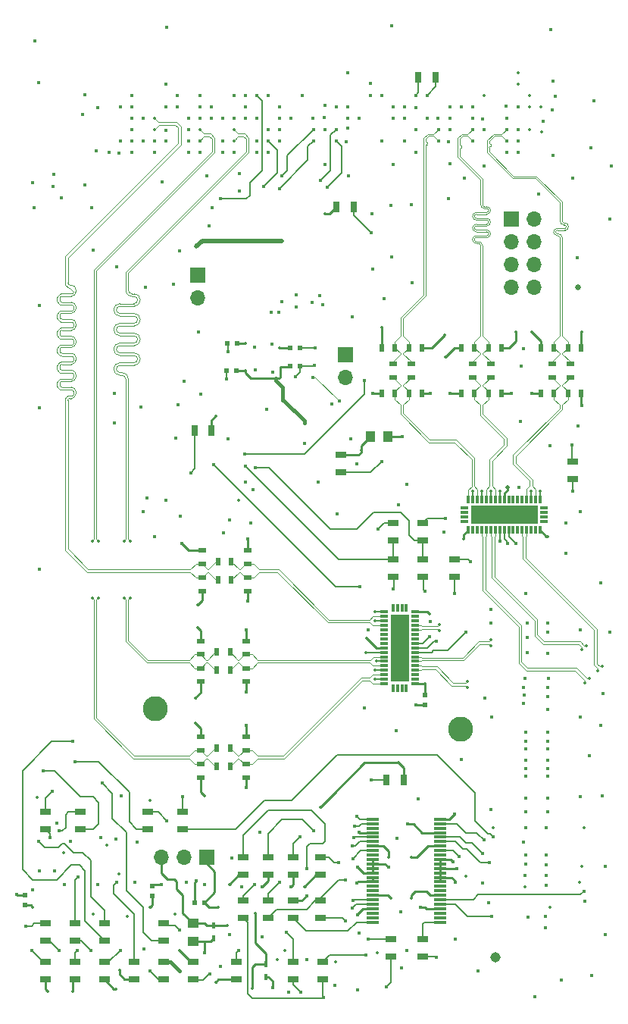
<source format=gbr>
%TF.GenerationSoftware,KiCad,Pcbnew,(6.0.9)*%
%TF.CreationDate,2022-12-19T19:37:01+02:00*%
%TF.ProjectId,FMC_MIPI_v2,464d435f-4d49-4504-995f-76322e6b6963,rev?*%
%TF.SameCoordinates,Original*%
%TF.FileFunction,Copper,L1,Top*%
%TF.FilePolarity,Positive*%
%FSLAX46Y46*%
G04 Gerber Fmt 4.6, Leading zero omitted, Abs format (unit mm)*
G04 Created by KiCad (PCBNEW (6.0.9)) date 2022-12-19 19:37:01*
%MOMM*%
%LPD*%
G01*
G04 APERTURE LIST*
%TA.AperFunction,SMDPad,CuDef*%
%ADD10R,1.475000X0.300000*%
%TD*%
%TA.AperFunction,SMDPad,CuDef*%
%ADD11R,0.420000X0.750000*%
%TD*%
%TA.AperFunction,SMDPad,CuDef*%
%ADD12R,0.299720X0.848360*%
%TD*%
%TA.AperFunction,SMDPad,CuDef*%
%ADD13R,0.848360X0.299720*%
%TD*%
%TA.AperFunction,SMDPad,CuDef*%
%ADD14R,7.548880X2.049780*%
%TD*%
%TA.AperFunction,SMDPad,CuDef*%
%ADD15R,0.900000X0.500000*%
%TD*%
%TA.AperFunction,SMDPad,CuDef*%
%ADD16R,0.500000X0.900000*%
%TD*%
%TA.AperFunction,SMDPad,CuDef*%
%ADD17R,1.300000X0.700000*%
%TD*%
%TA.AperFunction,SMDPad,CuDef*%
%ADD18R,0.700000X1.300000*%
%TD*%
%TA.AperFunction,SMDPad,CuDef*%
%ADD19R,1.000000X1.250000*%
%TD*%
%TA.AperFunction,SMDPad,CuDef*%
%ADD20R,2.049780X7.548880*%
%TD*%
%TA.AperFunction,SMDPad,CuDef*%
%ADD21R,0.500000X0.600000*%
%TD*%
%TA.AperFunction,ComponentPad*%
%ADD22R,1.700000X1.700000*%
%TD*%
%TA.AperFunction,ComponentPad*%
%ADD23O,1.700000X1.700000*%
%TD*%
%TA.AperFunction,SMDPad,CuDef*%
%ADD24R,1.250000X1.000000*%
%TD*%
%TA.AperFunction,SMDPad,CuDef*%
%ADD25R,0.600000X0.500000*%
%TD*%
%TA.AperFunction,ComponentPad*%
%ADD26C,2.800000*%
%TD*%
%TA.AperFunction,ViaPad*%
%ADD27C,0.355600*%
%TD*%
%TA.AperFunction,ViaPad*%
%ADD28C,0.406400*%
%TD*%
%TA.AperFunction,ViaPad*%
%ADD29C,1.143000*%
%TD*%
%TA.AperFunction,ViaPad*%
%ADD30C,0.508000*%
%TD*%
%TA.AperFunction,ViaPad*%
%ADD31C,0.635000*%
%TD*%
%TA.AperFunction,Conductor*%
%ADD32C,0.101600*%
%TD*%
%TA.AperFunction,Conductor*%
%ADD33C,0.152400*%
%TD*%
%TA.AperFunction,Conductor*%
%ADD34C,0.254000*%
%TD*%
%TA.AperFunction,Conductor*%
%ADD35C,0.381000*%
%TD*%
%TA.AperFunction,Conductor*%
%ADD36C,0.508000*%
%TD*%
G04 APERTURE END LIST*
D10*
%TO.P,U3,1,1DIR*%
%TO.N,/Slow_signals_level_shifters/1DIR_U3*%
X131594000Y-119472000D03*
%TO.P,U3,2,1B1*%
%TO.N,FMC_CAM0_MCLK*%
X131594000Y-119972000D03*
%TO.P,U3,3,1B2*%
%TO.N,unconnected-(U3-Pad3)*%
X131594000Y-120472000D03*
%TO.P,U3,4,GND_1*%
%TO.N,Earth*%
X131594000Y-120972000D03*
%TO.P,U3,5,1B3*%
%TO.N,FMC_CAM0_PWR*%
X131594000Y-121472000D03*
%TO.P,U3,6,1B4*%
%TO.N,FMC_CAM0_RST*%
X131594000Y-121972000D03*
%TO.P,U3,7,VCCB_1*%
%TO.N,/VDD_VADJ*%
X131594000Y-122472000D03*
%TO.P,U3,8,1B5*%
%TO.N,FMC_1P8V_MONITOR*%
X131594000Y-122972000D03*
%TO.P,U3,9,1B6*%
%TO.N,unconnected-(U3-Pad9)*%
X131594000Y-123472000D03*
%TO.P,U3,10,GND_2*%
%TO.N,Earth*%
X131594000Y-123972000D03*
%TO.P,U3,11,1B7*%
X131594000Y-124472000D03*
%TO.P,U3,12,1B8*%
X131594000Y-124972000D03*
%TO.P,U3,13,2B1*%
X131594000Y-125472000D03*
%TO.P,U3,14,2B2*%
X131594000Y-125972000D03*
%TO.P,U3,15,GND_3*%
X131594000Y-126472000D03*
%TO.P,U3,16,2B3*%
%TO.N,unconnected-(U3-Pad16)*%
X131594000Y-126972000D03*
%TO.P,U3,17,2B4*%
%TO.N,unconnected-(U3-Pad17)*%
X131594000Y-127472000D03*
%TO.P,U3,18,VCCB_2*%
%TO.N,/VDD_VADJ*%
X131594000Y-127972000D03*
%TO.P,U3,19,2B5*%
%TO.N,FMC_GPIO9_OUT*%
X131594000Y-128472000D03*
%TO.P,U3,20,2B6*%
%TO.N,FMC_GPIO17_OUT*%
X131594000Y-128972000D03*
%TO.P,U3,21,GND_4*%
%TO.N,Earth*%
X131594000Y-129472000D03*
%TO.P,U3,22,2B7*%
%TO.N,unconnected-(U3-Pad22)*%
X131594000Y-129972000D03*
%TO.P,U3,23,2B8*%
%TO.N,unconnected-(U3-Pad23)*%
X131594000Y-130472000D03*
%TO.P,U3,24,2DIR*%
%TO.N,/Slow_signals_level_shifters/2DIR_U3*%
X131594000Y-130972000D03*
%TO.P,U3,25,2~{OE}*%
%TO.N,Net-(R36-Pad1)*%
X139170000Y-130972000D03*
%TO.P,U3,26,2A8*%
%TO.N,unconnected-(U3-Pad26)*%
X139170000Y-130472000D03*
%TO.P,U3,27,2A7*%
%TO.N,unconnected-(U3-Pad27)*%
X139170000Y-129972000D03*
%TO.P,U3,28,GND_5*%
%TO.N,Earth*%
X139170000Y-129472000D03*
%TO.P,U3,29,2A6*%
%TO.N,JT_1p8V_GPIO17_IN*%
X139170000Y-128972000D03*
%TO.P,U3,30,2A5*%
%TO.N,JT_1p8V_GPIO9_IN*%
X139170000Y-128472000D03*
%TO.P,U3,31,VCCA_1*%
%TO.N,/VOLT_1P8*%
X139170000Y-127972000D03*
%TO.P,U3,32,2A4*%
%TO.N,unconnected-(U3-Pad32)*%
X139170000Y-127472000D03*
%TO.P,U3,33,2A3*%
%TO.N,unconnected-(U3-Pad33)*%
X139170000Y-126972000D03*
%TO.P,U3,34,GND_6*%
%TO.N,Earth*%
X139170000Y-126472000D03*
%TO.P,U3,35,2A2*%
X139170000Y-125972000D03*
%TO.P,U3,36,2A1*%
X139170000Y-125472000D03*
%TO.P,U3,37,1A8*%
X139170000Y-124972000D03*
%TO.P,U3,38,1A7*%
X139170000Y-124472000D03*
%TO.P,U3,39,GND_7*%
X139170000Y-123972000D03*
%TO.P,U3,40,1A6*%
%TO.N,unconnected-(U3-Pad40)*%
X139170000Y-123472000D03*
%TO.P,U3,41,1A5*%
%TO.N,Net-(R31-Pad1)*%
X139170000Y-122972000D03*
%TO.P,U3,42,VCCA_2*%
%TO.N,/VOLT_1P8*%
X139170000Y-122472000D03*
%TO.P,U3,43,1A4*%
%TO.N,JT_1p8V_CAM0_RST*%
X139170000Y-121972000D03*
%TO.P,U3,44,1A3*%
%TO.N,JT_1p8V_CAM0_PWR*%
X139170000Y-121472000D03*
%TO.P,U3,45,GND_8*%
%TO.N,Earth*%
X139170000Y-120972000D03*
%TO.P,U3,46,1A2*%
%TO.N,unconnected-(U3-Pad46)*%
X139170000Y-120472000D03*
%TO.P,U3,47,1A1*%
%TO.N,JT_1p8V_CAM0_MCLK*%
X139170000Y-119972000D03*
%TO.P,U3,48,1~{OE}*%
%TO.N,Earth*%
X139170000Y-119472000D03*
%TD*%
D11*
%TO.P,D2,1*%
%TO.N,/VOLT_1P8*%
X119634000Y-135698000D03*
%TO.P,D2,2*%
%TO.N,Earth*%
X119634000Y-137098000D03*
%TD*%
%TO.P,D1,1*%
%TO.N,JT_VDD_1V8*%
X113792000Y-131380000D03*
%TO.P,D1,2*%
%TO.N,Earth*%
X113792000Y-132780000D03*
%TD*%
D12*
%TO.P,U6,1,VCC*%
%TO.N,/VOLT_3P3*%
X142306040Y-87170260D03*
%TO.P,U6,2,A0*%
%TO.N,unconnected-(U6-Pad2)*%
X142806420Y-87170260D03*
%TO.P,U6,3,A1*%
%TO.N,unconnected-(U6-Pad3)*%
X143304260Y-87170260D03*
%TO.P,U6,4,A2*%
%TO.N,CSI_D_D1_N*%
X143804640Y-87170260D03*
%TO.P,U6,5,A3*%
%TO.N,CSI_D_D1_P*%
X144305020Y-87170260D03*
%TO.P,U6,6,A4*%
%TO.N,CSI_D_D0_N*%
X144805400Y-87170260D03*
%TO.P,U6,7,A5*%
%TO.N,CSI_D_D0_P*%
X145305780Y-87170260D03*
%TO.P,U6,8,EN*%
%TO.N,/LVDS_to_Jetson_lines/EN_U6*%
X145806160Y-87170260D03*
%TO.P,U6,9,SEL1*%
%TO.N,/LVDS_to_Jetson_lines/SWITCH1_U6*%
X146304000Y-87170260D03*
%TO.P,U6,10,SEL2*%
%TO.N,/LVDS_to_Jetson_lines/SWITCH2_U6*%
X146801840Y-87170260D03*
%TO.P,U6,11,A6*%
%TO.N,unconnected-(U6-Pad11)*%
X147302220Y-87170260D03*
%TO.P,U6,12,A7*%
%TO.N,unconnected-(U6-Pad12)*%
X147802600Y-87170260D03*
%TO.P,U6,13,A8*%
%TO.N,CSI_D_CLK_N*%
X148302980Y-87170260D03*
%TO.P,U6,14,A9*%
%TO.N,CSI_D_CLK_P*%
X148803360Y-87170260D03*
%TO.P,U6,15,A10*%
%TO.N,unconnected-(U6-Pad15)*%
X149303740Y-87170260D03*
%TO.P,U6,16,A11*%
%TO.N,unconnected-(U6-Pad16)*%
X149801580Y-87170260D03*
%TO.P,U6,17,VCC*%
%TO.N,/VOLT_3P3*%
X150301960Y-87170260D03*
D13*
%TO.P,U6,18,C11*%
%TO.N,unconnected-(U6-Pad18)*%
X150776940Y-86194900D03*
%TO.P,U6,19,B11*%
%TO.N,unconnected-(U6-Pad19)*%
X150776940Y-85694520D03*
%TO.P,U6,20,C10*%
%TO.N,unconnected-(U6-Pad20)*%
X150776940Y-85196680D03*
%TO.P,U6,21,B10*%
%TO.N,unconnected-(U6-Pad21)*%
X150776940Y-84696300D03*
D12*
%TO.P,U6,22,C9*%
%TO.N,/LVDS_to_Jetson_lines/CSI_LP_D_CLK_P*%
X150301960Y-83720940D03*
%TO.P,U6,23,B9*%
%TO.N,/LVDS_to_Jetson_lines/HS_CSI_D_CLK_P*%
X149801580Y-83720940D03*
%TO.P,U6,24,C8*%
%TO.N,/LVDS_to_Jetson_lines/CSI_LP_D_CLK_N*%
X149303740Y-83720940D03*
%TO.P,U6,25,B8*%
%TO.N,/LVDS_to_Jetson_lines/HS_CSI_D_CLK_N*%
X148803360Y-83720940D03*
%TO.P,U6,26,C7*%
%TO.N,unconnected-(U6-Pad26)*%
X148302980Y-83720940D03*
%TO.P,U6,27,B7*%
%TO.N,unconnected-(U6-Pad27)*%
X147802600Y-83720940D03*
%TO.P,U6,28,C6*%
%TO.N,unconnected-(U6-Pad28)*%
X147302220Y-83720940D03*
%TO.P,U6,29,B6*%
%TO.N,unconnected-(U6-Pad29)*%
X146801840Y-83720940D03*
%TO.P,U6,30,VCC*%
%TO.N,/VOLT_3P3*%
X146304000Y-83720940D03*
%TO.P,U6,31,C5*%
%TO.N,/LVDS_to_Jetson_lines/CSI_LP_D_D0_P*%
X145806160Y-83720940D03*
%TO.P,U6,32,B5*%
%TO.N,/LVDS_to_Jetson_lines/HS_CSI_D_D0_P*%
X145305780Y-83720940D03*
%TO.P,U6,33,C4*%
%TO.N,/LVDS_to_Jetson_lines/CSI_LP_D_D0_N*%
X144805400Y-83720940D03*
%TO.P,U6,34,B4*%
%TO.N,/LVDS_to_Jetson_lines/HS_CSI_D_D0_N*%
X144305020Y-83720940D03*
%TO.P,U6,35,C3*%
%TO.N,/LVDS_to_Jetson_lines/CSI_LP_D_D1_P*%
X143804640Y-83720940D03*
%TO.P,U6,36,B3*%
%TO.N,/LVDS_to_Jetson_lines/HS_CSI_D_D1_P*%
X143304260Y-83720940D03*
%TO.P,U6,37,C2*%
%TO.N,/LVDS_to_Jetson_lines/CSI_LP_D_D1_N*%
X142806420Y-83720940D03*
%TO.P,U6,38,B2*%
%TO.N,/LVDS_to_Jetson_lines/HS_CSI_D_D1_N*%
X142306040Y-83720940D03*
D13*
%TO.P,U6,39,B1*%
%TO.N,unconnected-(U6-Pad39)*%
X141831060Y-84696300D03*
%TO.P,U6,40,C1*%
%TO.N,unconnected-(U6-Pad40)*%
X141831060Y-85196680D03*
%TO.P,U6,41,B0*%
%TO.N,unconnected-(U6-Pad41)*%
X141831060Y-85694520D03*
%TO.P,U6,42,C0*%
%TO.N,unconnected-(U6-Pad42)*%
X141831060Y-86194900D03*
D14*
%TO.P,U6,43,EPAD*%
%TO.N,Earth*%
X146304000Y-85445600D03*
%TD*%
D15*
%TO.P,R54,1*%
%TO.N,/LVDS_to_Jetson_lines/HS_CSI_D_D1_P*%
X135890000Y-70092000D03*
%TO.P,R54,2*%
%TO.N,FMC_HS_CSI_D_D1_P*%
X135890000Y-68592000D03*
%TD*%
D16*
%TO.P,R52,1*%
%TO.N,FMC_HS_CSI_D_D1_P*%
X135648000Y-66802000D03*
%TO.P,R52,2*%
%TO.N,/LVDS_to_Jetson_lines/VOLT_2P5_CSI_D*%
X137148000Y-66802000D03*
%TD*%
%TO.P,R48,1*%
%TO.N,/LVDS_to_Jetson_lines/HS_CSI_C_D0_P*%
X115685000Y-100812600D03*
%TO.P,R48,2*%
%TO.N,FMC_HS_CSI_C_D0_P*%
X114185000Y-100812600D03*
%TD*%
%TO.P,R51,1*%
%TO.N,/LVDS_to_Jetson_lines/VOLT_2P5_CSI_D*%
X132600000Y-66802000D03*
%TO.P,R51,2*%
%TO.N,FMC_HS_CSI_D_D1_N*%
X134100000Y-66802000D03*
%TD*%
D15*
%TO.P,R53,1*%
%TO.N,/LVDS_to_Jetson_lines/HS_CSI_D_D1_N*%
X133858000Y-70092000D03*
%TO.P,R53,2*%
%TO.N,FMC_HS_CSI_D_D1_N*%
X133858000Y-68592000D03*
%TD*%
D16*
%TO.P,R47,1*%
%TO.N,/LVDS_to_Jetson_lines/HS_CSI_C_D0_N*%
X115685000Y-102844600D03*
%TO.P,R47,2*%
%TO.N,FMC_HS_CSI_C_D0_N*%
X114185000Y-102844600D03*
%TD*%
D15*
%TO.P,R45,1*%
%TO.N,/LVDS_to_Jetson_lines/VOLT_2P5_CSI_C*%
X112395000Y-104102600D03*
%TO.P,R45,2*%
%TO.N,FMC_HS_CSI_C_D0_N*%
X112395000Y-102602600D03*
%TD*%
%TO.P,R46,1*%
%TO.N,FMC_HS_CSI_C_D0_P*%
X112395000Y-101054600D03*
%TO.P,R46,2*%
%TO.N,/LVDS_to_Jetson_lines/VOLT_2P5_CSI_C*%
X112395000Y-99554600D03*
%TD*%
D17*
%TO.P,R1,1*%
%TO.N,/LVDS_to_Jetson_lines/SWITCH1_U6*%
X137160000Y-86426000D03*
%TO.P,R1,2*%
%TO.N,/LVDS_to_Jetson_lines/SWITCH_DATA_LANES_CSI_CD*%
X137160000Y-88326000D03*
%TD*%
%TO.P,R38,1*%
%TO.N,/LVDS_to_Jetson_lines/EN_U6*%
X153924000Y-81468000D03*
%TO.P,R38,2*%
%TO.N,/LVDS_to_Jetson_lines/EN_MIPI_OUT_CSI_D*%
X153924000Y-79568000D03*
%TD*%
D16*
%TO.P,R63,1*%
%TO.N,/LVDS_to_Jetson_lines/VOLT_2P5_CSI_D*%
X150380000Y-66802000D03*
%TO.P,R63,2*%
%TO.N,FMC_HS_CSI_D_CLK_N*%
X151880000Y-66802000D03*
%TD*%
%TO.P,R64,1*%
%TO.N,FMC_HS_CSI_D_CLK_P*%
X153428000Y-66802000D03*
%TO.P,R64,2*%
%TO.N,/LVDS_to_Jetson_lines/VOLT_2P5_CSI_D*%
X154928000Y-66802000D03*
%TD*%
D15*
%TO.P,R65,1*%
%TO.N,/LVDS_to_Jetson_lines/HS_CSI_D_CLK_N*%
X151638000Y-70092000D03*
%TO.P,R65,2*%
%TO.N,FMC_HS_CSI_D_CLK_N*%
X151638000Y-68592000D03*
%TD*%
%TO.P,R66,1*%
%TO.N,/LVDS_to_Jetson_lines/HS_CSI_D_CLK_P*%
X153670000Y-70092000D03*
%TO.P,R66,2*%
%TO.N,FMC_HS_CSI_D_CLK_P*%
X153670000Y-68592000D03*
%TD*%
D17*
%TO.P,R5,1*%
%TO.N,/Jetson_connector/EEPROM_A2*%
X117094000Y-123764000D03*
%TO.P,R5,2*%
%TO.N,/Jetson_connector/VCC_1V8_EEPROM*%
X117094000Y-125664000D03*
%TD*%
%TO.P,R7,1*%
%TO.N,/Jetson_connector/EEPROM_SDA*%
X119888000Y-128590000D03*
%TO.P,R7,2*%
%TO.N,JT_1p8V_I2C_CAM_DAT*%
X119888000Y-130490000D03*
%TD*%
%TO.P,R14,1*%
%TO.N,Net-(IC3-Pad8)*%
X133604000Y-134808000D03*
%TO.P,R14,2*%
%TO.N,FMC_I2C_CAM_CLK*%
X133604000Y-132908000D03*
%TD*%
D18*
%TO.P,R18,1*%
%TO.N,/FMC_Connector/TDI*%
X136718000Y-36576000D03*
%TO.P,R18,2*%
%TO.N,/FMC_Connector/TDO*%
X138618000Y-36576000D03*
%TD*%
D17*
%TO.P,R9,1*%
%TO.N,/Slow_signals_level_shifters/2DIR_U3*%
X122682000Y-130490000D03*
%TO.P,R9,2*%
%TO.N,Earth*%
X122682000Y-128590000D03*
%TD*%
%TO.P,R6,1*%
%TO.N,/Jetson_connector/EEPROM_SCL*%
X117094000Y-128590000D03*
%TO.P,R6,2*%
%TO.N,JT_1p8V_I2C_CAM_CLK*%
X117094000Y-130490000D03*
%TD*%
%TO.P,R11,1*%
%TO.N,/Slow_signals_level_shifters/1DIR_U3*%
X125730000Y-123764000D03*
%TO.P,R11,2*%
%TO.N,/VOLT_1P8*%
X125730000Y-125664000D03*
%TD*%
%TO.P,R8,1*%
%TO.N,/VOLT_3P3*%
X116332000Y-137348000D03*
%TO.P,R8,2*%
%TO.N,Net-(R8-Pad2)*%
X116332000Y-135448000D03*
%TD*%
D19*
%TO.P,C27,1*%
%TO.N,Earth*%
X133334000Y-76708000D03*
%TO.P,C27,2*%
%TO.N,/VOLT_3P3*%
X131334000Y-76708000D03*
%TD*%
D17*
%TO.P,R17,1*%
%TO.N,/VOLT_3P3*%
X128016000Y-78806000D03*
%TO.P,R17,2*%
%TO.N,Net-(R17-Pad2)*%
X128016000Y-80706000D03*
%TD*%
%TO.P,R27,1*%
%TO.N,/LVDS_to_Jetson_lines/SWITCH2_U5*%
X133858000Y-92390000D03*
%TO.P,R27,2*%
%TO.N,/LVDS_to_Jetson_lines/SWITCH_CLOCK_LANES_CSI_CD*%
X133858000Y-90490000D03*
%TD*%
D16*
%TO.P,R58,1*%
%TO.N,FMC_HS_CSI_D_D0_P*%
X144538000Y-66802000D03*
%TO.P,R58,2*%
%TO.N,/LVDS_to_Jetson_lines/VOLT_2P5_CSI_D*%
X146038000Y-66802000D03*
%TD*%
%TO.P,R57,1*%
%TO.N,/LVDS_to_Jetson_lines/VOLT_2P5_CSI_D*%
X141490000Y-66802000D03*
%TO.P,R57,2*%
%TO.N,FMC_HS_CSI_D_D0_N*%
X142990000Y-66802000D03*
%TD*%
D15*
%TO.P,R60,1*%
%TO.N,/LVDS_to_Jetson_lines/HS_CSI_D_D0_P*%
X144780000Y-70092000D03*
%TO.P,R60,2*%
%TO.N,FMC_HS_CSI_D_D0_P*%
X144780000Y-68592000D03*
%TD*%
%TO.P,R59,1*%
%TO.N,/LVDS_to_Jetson_lines/HS_CSI_D_D0_N*%
X142748000Y-70092000D03*
%TO.P,R59,2*%
%TO.N,FMC_HS_CSI_D_D0_N*%
X142748000Y-68592000D03*
%TD*%
D13*
%TO.P,U5,1,VCC*%
%TO.N,/VOLT_3P3*%
X136344660Y-104327960D03*
%TO.P,U5,2,A0*%
%TO.N,unconnected-(U5-Pad2)*%
X136344660Y-103827580D03*
%TO.P,U5,3,A1*%
%TO.N,unconnected-(U5-Pad3)*%
X136344660Y-103329740D03*
%TO.P,U5,4,A2*%
%TO.N,CSI_C_D1_N*%
X136344660Y-102829360D03*
%TO.P,U5,5,A3*%
%TO.N,CSI_C_D1_P*%
X136344660Y-102328980D03*
%TO.P,U5,6,A4*%
%TO.N,CSI_C_D0_N*%
X136344660Y-101828600D03*
%TO.P,U5,7,A5*%
%TO.N,CSI_C_D0_P*%
X136344660Y-101328220D03*
%TO.P,U5,8,EN*%
%TO.N,/LVDS_to_Jetson_lines/EN_U5*%
X136344660Y-100827840D03*
%TO.P,U5,9,SEL1*%
%TO.N,/LVDS_to_Jetson_lines/SWITCH1_U5*%
X136344660Y-100330000D03*
%TO.P,U5,10,SEL2*%
%TO.N,/LVDS_to_Jetson_lines/SWITCH2_U5*%
X136344660Y-99832160D03*
%TO.P,U5,11,A6*%
%TO.N,unconnected-(U5-Pad11)*%
X136344660Y-99331780D03*
%TO.P,U5,12,A7*%
%TO.N,unconnected-(U5-Pad12)*%
X136344660Y-98831400D03*
%TO.P,U5,13,A8*%
%TO.N,CSI_C_CLK_N*%
X136344660Y-98331020D03*
%TO.P,U5,14,A9*%
%TO.N,CSI_C_CLK_P*%
X136344660Y-97830640D03*
%TO.P,U5,15,A10*%
%TO.N,unconnected-(U5-Pad15)*%
X136344660Y-97330260D03*
%TO.P,U5,16,A11*%
%TO.N,unconnected-(U5-Pad16)*%
X136344660Y-96832420D03*
%TO.P,U5,17,VCC*%
%TO.N,/VOLT_3P3*%
X136344660Y-96332040D03*
D12*
%TO.P,U5,18,C11*%
%TO.N,unconnected-(U5-Pad18)*%
X135369300Y-95857060D03*
%TO.P,U5,19,B11*%
%TO.N,unconnected-(U5-Pad19)*%
X134868920Y-95857060D03*
%TO.P,U5,20,C10*%
%TO.N,unconnected-(U5-Pad20)*%
X134371080Y-95857060D03*
%TO.P,U5,21,B10*%
%TO.N,unconnected-(U5-Pad21)*%
X133870700Y-95857060D03*
D13*
%TO.P,U5,22,C9*%
%TO.N,/LVDS_to_Jetson_lines/CSI_LP_C_CLK_P*%
X132895340Y-96332040D03*
%TO.P,U5,23,B9*%
%TO.N,/LVDS_to_Jetson_lines/HS_CSI_C_CLK_P*%
X132895340Y-96832420D03*
%TO.P,U5,24,C8*%
%TO.N,/LVDS_to_Jetson_lines/CSI_LP_C_CLK_N*%
X132895340Y-97330260D03*
%TO.P,U5,25,B8*%
%TO.N,/LVDS_to_Jetson_lines/HS_CSI_C_CLK_N*%
X132895340Y-97830640D03*
%TO.P,U5,26,C7*%
%TO.N,unconnected-(U5-Pad26)*%
X132895340Y-98331020D03*
%TO.P,U5,27,B7*%
%TO.N,unconnected-(U5-Pad27)*%
X132895340Y-98831400D03*
%TO.P,U5,28,C6*%
%TO.N,unconnected-(U5-Pad28)*%
X132895340Y-99331780D03*
%TO.P,U5,29,B6*%
%TO.N,unconnected-(U5-Pad29)*%
X132895340Y-99832160D03*
%TO.P,U5,30,VCC*%
%TO.N,/VOLT_3P3*%
X132895340Y-100330000D03*
%TO.P,U5,31,C5*%
%TO.N,/LVDS_to_Jetson_lines/CSI_LP_C_D0_P*%
X132895340Y-100827840D03*
%TO.P,U5,32,B5*%
%TO.N,/LVDS_to_Jetson_lines/HS_CSI_C_D0_P*%
X132895340Y-101328220D03*
%TO.P,U5,33,C4*%
%TO.N,/LVDS_to_Jetson_lines/CSI_LP_C_D0_N*%
X132895340Y-101828600D03*
%TO.P,U5,34,B4*%
%TO.N,/LVDS_to_Jetson_lines/HS_CSI_C_D0_N*%
X132895340Y-102328980D03*
%TO.P,U5,35,C3*%
%TO.N,/LVDS_to_Jetson_lines/CSI_LP_C_D1_P*%
X132895340Y-102829360D03*
%TO.P,U5,36,B3*%
%TO.N,/LVDS_to_Jetson_lines/HS_CSI_C_D1_P*%
X132895340Y-103329740D03*
%TO.P,U5,37,C2*%
%TO.N,/LVDS_to_Jetson_lines/CSI_LP_C_D1_N*%
X132895340Y-103827580D03*
%TO.P,U5,38,B2*%
%TO.N,/LVDS_to_Jetson_lines/HS_CSI_C_D1_N*%
X132895340Y-104327960D03*
D12*
%TO.P,U5,39,B1*%
%TO.N,unconnected-(U5-Pad39)*%
X133870700Y-104802940D03*
%TO.P,U5,40,C1*%
%TO.N,unconnected-(U5-Pad40)*%
X134371080Y-104802940D03*
%TO.P,U5,41,B0*%
%TO.N,unconnected-(U5-Pad41)*%
X134868920Y-104802940D03*
%TO.P,U5,42,C0*%
%TO.N,unconnected-(U5-Pad42)*%
X135369300Y-104802940D03*
D20*
%TO.P,U5,43,EPAD*%
%TO.N,Earth*%
X134620000Y-100330000D03*
%TD*%
D21*
%TO.P,C19,1*%
%TO.N,Earth*%
X137414000Y-106722000D03*
%TO.P,C19,2*%
%TO.N,/VOLT_3P3*%
X137414000Y-105622000D03*
%TD*%
D17*
%TO.P,R75,1*%
%TO.N,/LVDS_to_Jetson_lines/SWITCH1_U5*%
X137160000Y-92390000D03*
%TO.P,R75,2*%
%TO.N,/LVDS_to_Jetson_lines/SWITCH_DATA_LANES_CSI_CD*%
X137160000Y-90490000D03*
%TD*%
%TO.P,R29,1*%
%TO.N,/Jetson_connector/JT_VDD_1V2*%
X104902000Y-137348000D03*
%TO.P,R29,2*%
%TO.N,Net-(IC6-Pad3)*%
X104902000Y-135448000D03*
%TD*%
%TO.P,R30,1*%
%TO.N,/VOLT_1P2*%
X108204000Y-135448000D03*
%TO.P,R30,2*%
%TO.N,Net-(IC6-Pad5)*%
X108204000Y-137348000D03*
%TD*%
%TO.P,R32,1*%
%TO.N,/Jetson_connector/JT_VDD_2V8*%
X98298000Y-137348000D03*
%TO.P,R32,2*%
%TO.N,Net-(R32-Pad2)*%
X98298000Y-135448000D03*
%TD*%
%TO.P,R33,1*%
%TO.N,/VOLT_3P3*%
X101600000Y-137348000D03*
%TO.P,R33,2*%
%TO.N,Net-(R33-Pad2)*%
X101600000Y-135448000D03*
%TD*%
%TO.P,R34,1*%
%TO.N,/Jetson_connector/JT_VDD_3V3*%
X94996000Y-137348000D03*
%TO.P,R34,2*%
%TO.N,Net-(R34-Pad2)*%
X94996000Y-135448000D03*
%TD*%
%TO.P,R35,1*%
%TO.N,/VDD_VADJ*%
X111506000Y-135448000D03*
%TO.P,R35,2*%
%TO.N,Net-(IC7-Pad5)*%
X111506000Y-137348000D03*
%TD*%
%TO.P,R36,1*%
%TO.N,Net-(R36-Pad1)*%
X137160000Y-132908000D03*
%TO.P,R36,2*%
%TO.N,/Slow_signals_level_shifters/ENN_JETSON_GPIO*%
X137160000Y-134808000D03*
%TD*%
D21*
%TO.P,C37,1*%
%TO.N,Earth*%
X106934000Y-126958000D03*
%TO.P,C37,2*%
%TO.N,/VDD_VADJ*%
X106934000Y-128058000D03*
%TD*%
D15*
%TO.P,R40,1*%
%TO.N,FMC_HS_CSI_C_D1_P*%
X112395000Y-111748000D03*
%TO.P,R40,2*%
%TO.N,/LVDS_to_Jetson_lines/VOLT_2P5_CSI_C*%
X112395000Y-110248000D03*
%TD*%
D16*
%TO.P,R42,1*%
%TO.N,/LVDS_to_Jetson_lines/HS_CSI_C_D1_P*%
X115685000Y-111506000D03*
%TO.P,R42,2*%
%TO.N,FMC_HS_CSI_C_D1_P*%
X114185000Y-111506000D03*
%TD*%
D15*
%TO.P,R39,1*%
%TO.N,/LVDS_to_Jetson_lines/VOLT_2P5_CSI_C*%
X112395000Y-114796000D03*
%TO.P,R39,2*%
%TO.N,FMC_HS_CSI_C_D1_N*%
X112395000Y-113296000D03*
%TD*%
D17*
%TO.P,R37,1*%
%TO.N,/LVDS_to_Jetson_lines/EN_U5*%
X140716000Y-92390000D03*
%TO.P,R37,2*%
%TO.N,/LVDS_to_Jetson_lines/EN_MIPI_OUT_CSI_C*%
X140716000Y-90490000D03*
%TD*%
%TO.P,R3,1*%
%TO.N,/Jetson_connector/EEPROM_A0*%
X122682000Y-123764000D03*
%TO.P,R3,2*%
%TO.N,Earth*%
X122682000Y-125664000D03*
%TD*%
D22*
%TO.P,JP1,1,A*%
%TO.N,/VOLT_1P8*%
X113030000Y-123698000D03*
D23*
%TO.P,JP1,2,C*%
%TO.N,/Jetson_connector/VCC_1V8_EEPROM*%
X110490000Y-123698000D03*
%TO.P,JP1,3,B*%
%TO.N,JT_VDD_1V8*%
X107950000Y-123698000D03*
%TD*%
D17*
%TO.P,R20,1*%
%TO.N,JT_1p8V_I2C2_CAM_DAT*%
X94996000Y-120584000D03*
%TO.P,R20,2*%
%TO.N,Net-(IC4-Pad4)*%
X94996000Y-118684000D03*
%TD*%
%TO.P,R22,1*%
%TO.N,Net-(IC4-Pad1)*%
X98933000Y-118684000D03*
%TO.P,R22,2*%
%TO.N,FMC_I2C2_CAM_DAT*%
X98933000Y-120584000D03*
%TD*%
%TO.P,R21,1*%
%TO.N,Net-(IC4-Pad8)*%
X106426000Y-118684000D03*
%TO.P,R21,2*%
%TO.N,FMC_I2C2_CAM_CLK*%
X106426000Y-120584000D03*
%TD*%
%TO.P,R19,1*%
%TO.N,JT_1p8V_I2C2_CAM_CLK*%
X110363000Y-120584000D03*
%TO.P,R19,2*%
%TO.N,Net-(IC4-Pad5)*%
X110363000Y-118684000D03*
%TD*%
%TO.P,R26,1*%
%TO.N,Net-(IC5-Pad1)*%
X108204000Y-131130000D03*
%TO.P,R26,2*%
%TO.N,FMC_I2C3_CAM_DAT*%
X108204000Y-133030000D03*
%TD*%
%TO.P,R25,1*%
%TO.N,Net-(IC5-Pad8)*%
X101600000Y-131130000D03*
%TO.P,R25,2*%
%TO.N,FMC_I2C3_CAM_CLK*%
X101600000Y-133030000D03*
%TD*%
%TO.P,R23,1*%
%TO.N,JT_1p8V_I2C3_CAM_CLK*%
X94996000Y-133030000D03*
%TO.P,R23,2*%
%TO.N,Net-(IC5-Pad5)*%
X94996000Y-131130000D03*
%TD*%
%TO.P,R24,1*%
%TO.N,JT_1p8V_I2C3_CAM_DAT*%
X98298000Y-133030000D03*
%TO.P,R24,2*%
%TO.N,Net-(IC5-Pad4)*%
X98298000Y-131130000D03*
%TD*%
D24*
%TO.P,C4,1*%
%TO.N,Earth*%
X111506000Y-133080000D03*
%TO.P,C4,2*%
%TO.N,JT_VDD_1V8*%
X111506000Y-131080000D03*
%TD*%
D16*
%TO.P,R41,1*%
%TO.N,/LVDS_to_Jetson_lines/HS_CSI_C_D1_N*%
X115685000Y-113538000D03*
%TO.P,R41,2*%
%TO.N,FMC_HS_CSI_C_D1_N*%
X114185000Y-113538000D03*
%TD*%
D17*
%TO.P,R4,1*%
%TO.N,/Jetson_connector/EEPROM_A1*%
X119888000Y-123764000D03*
%TO.P,R4,2*%
%TO.N,Earth*%
X119888000Y-125664000D03*
%TD*%
D18*
%TO.P,R31,1*%
%TO.N,Net-(R31-Pad1)*%
X133162000Y-115062000D03*
%TO.P,R31,2*%
%TO.N,JT_VDD_1V8*%
X135062000Y-115062000D03*
%TD*%
D25*
%TO.P,C41,1*%
%TO.N,Earth*%
X111718000Y-128778000D03*
%TO.P,C41,2*%
%TO.N,/VOLT_1P8*%
X112818000Y-128778000D03*
%TD*%
D15*
%TO.P,R43,1*%
%TO.N,Earth*%
X117475000Y-114796000D03*
%TO.P,R43,2*%
%TO.N,/LVDS_to_Jetson_lines/HS_CSI_C_D1_N*%
X117475000Y-113296000D03*
%TD*%
%TO.P,R44,1*%
%TO.N,/LVDS_to_Jetson_lines/HS_CSI_C_D1_P*%
X117475000Y-111748000D03*
%TO.P,R44,2*%
%TO.N,Earth*%
X117475000Y-110248000D03*
%TD*%
%TO.P,R49,1*%
%TO.N,Earth*%
X117475000Y-104102600D03*
%TO.P,R49,2*%
%TO.N,/LVDS_to_Jetson_lines/HS_CSI_C_D0_N*%
X117475000Y-102602600D03*
%TD*%
%TO.P,R50,1*%
%TO.N,/LVDS_to_Jetson_lines/HS_CSI_C_D0_P*%
X117475000Y-101054600D03*
%TO.P,R50,2*%
%TO.N,Earth*%
X117475000Y-99554600D03*
%TD*%
D16*
%TO.P,R55,1*%
%TO.N,Earth*%
X132600000Y-71882000D03*
%TO.P,R55,2*%
%TO.N,/LVDS_to_Jetson_lines/HS_CSI_D_D1_N*%
X134100000Y-71882000D03*
%TD*%
%TO.P,R56,1*%
%TO.N,/LVDS_to_Jetson_lines/HS_CSI_D_D1_P*%
X135648000Y-71882000D03*
%TO.P,R56,2*%
%TO.N,Earth*%
X137148000Y-71882000D03*
%TD*%
%TO.P,R61,1*%
%TO.N,Earth*%
X141490000Y-71882000D03*
%TO.P,R61,2*%
%TO.N,/LVDS_to_Jetson_lines/HS_CSI_D_D0_N*%
X142990000Y-71882000D03*
%TD*%
%TO.P,R62,1*%
%TO.N,/LVDS_to_Jetson_lines/HS_CSI_D_D0_P*%
X144538000Y-71882000D03*
%TO.P,R62,2*%
%TO.N,Earth*%
X146038000Y-71882000D03*
%TD*%
%TO.P,R67,1*%
%TO.N,Earth*%
X150380000Y-71882000D03*
%TO.P,R67,2*%
%TO.N,/LVDS_to_Jetson_lines/HS_CSI_D_CLK_N*%
X151880000Y-71882000D03*
%TD*%
%TO.P,R68,1*%
%TO.N,/LVDS_to_Jetson_lines/HS_CSI_D_CLK_P*%
X153428000Y-71882000D03*
%TO.P,R68,2*%
%TO.N,Earth*%
X154928000Y-71882000D03*
%TD*%
D25*
%TO.P,C17,1*%
%TO.N,/VOLT_1P2*%
X122386000Y-68834000D03*
%TO.P,C17,2*%
%TO.N,Earth*%
X123486000Y-68834000D03*
%TD*%
%TO.P,C15,1*%
%TO.N,/VDD_VADJ*%
X116416000Y-66294000D03*
%TO.P,C15,2*%
%TO.N,Earth*%
X115316000Y-66294000D03*
%TD*%
%TO.P,C16,1*%
%TO.N,/VOLT_1P2*%
X116374000Y-69342000D03*
%TO.P,C16,2*%
%TO.N,Earth*%
X115274000Y-69342000D03*
%TD*%
D18*
%TO.P,R2,1*%
%TO.N,/VDD_VADJ*%
X113599000Y-76073000D03*
%TO.P,R2,2*%
%TO.N,/LVDS_to_Jetson_lines/DIR_IC1*%
X111699000Y-76073000D03*
%TD*%
D15*
%TO.P,R74,1*%
%TO.N,/LVDS_to_Jetson_lines/HS_CSI_C_CLK_P*%
X117602000Y-90920000D03*
%TO.P,R74,2*%
%TO.N,Earth*%
X117602000Y-89420000D03*
%TD*%
%TO.P,R73,1*%
%TO.N,Earth*%
X117602000Y-93968000D03*
%TO.P,R73,2*%
%TO.N,/LVDS_to_Jetson_lines/HS_CSI_C_CLK_N*%
X117602000Y-92468000D03*
%TD*%
%TO.P,R70,1*%
%TO.N,FMC_HS_CSI_C_CLK_P*%
X112522000Y-90920000D03*
%TO.P,R70,2*%
%TO.N,/LVDS_to_Jetson_lines/VOLT_2P5_CSI_C*%
X112522000Y-89420000D03*
%TD*%
%TO.P,R69,1*%
%TO.N,/LVDS_to_Jetson_lines/VOLT_2P5_CSI_C*%
X112522000Y-93968000D03*
%TO.P,R69,2*%
%TO.N,FMC_HS_CSI_C_CLK_N*%
X112522000Y-92468000D03*
%TD*%
D16*
%TO.P,R72,1*%
%TO.N,/LVDS_to_Jetson_lines/HS_CSI_C_CLK_P*%
X115812000Y-90678000D03*
%TO.P,R72,2*%
%TO.N,FMC_HS_CSI_C_CLK_P*%
X114312000Y-90678000D03*
%TD*%
%TO.P,R71,1*%
%TO.N,/LVDS_to_Jetson_lines/HS_CSI_C_CLK_N*%
X115812000Y-92710000D03*
%TO.P,R71,2*%
%TO.N,FMC_HS_CSI_C_CLK_N*%
X114312000Y-92710000D03*
%TD*%
D18*
%TO.P,R16,1*%
%TO.N,/VOLT_3P3*%
X127574000Y-51054000D03*
%TO.P,R16,2*%
%TO.N,Net-(R16-Pad2)*%
X129474000Y-51054000D03*
%TD*%
D25*
%TO.P,C14,1*%
%TO.N,/VDD_VADJ*%
X122386000Y-66802000D03*
%TO.P,C14,2*%
%TO.N,Earth*%
X123486000Y-66802000D03*
%TD*%
D17*
%TO.P,R12,1*%
%TO.N,JT_1p8V_I2C_CAM_CLK*%
X125984000Y-137348000D03*
%TO.P,R12,2*%
%TO.N,Net-(IC3-Pad5)*%
X125984000Y-135448000D03*
%TD*%
%TO.P,R15,1*%
%TO.N,Net-(IC3-Pad1)*%
X122682000Y-137348000D03*
%TO.P,R15,2*%
%TO.N,FMC_I2C_CAM_DAT*%
X122682000Y-135448000D03*
%TD*%
%TO.P,R13,1*%
%TO.N,JT_1p8V_I2C_CAM_DAT*%
X125730000Y-128590000D03*
%TO.P,R13,2*%
%TO.N,Net-(IC3-Pad4)*%
X125730000Y-130490000D03*
%TD*%
D22*
%TO.P,JP2,1,1*%
%TO.N,/VOLT_2P5*%
X112014000Y-58674000D03*
D23*
%TO.P,JP2,2,2*%
%TO.N,/LVDS_to_Jetson_lines/VOLT_2P5_CSI_C*%
X112014000Y-61214000D03*
%TD*%
D22*
%TO.P,JP3,1,1*%
%TO.N,/VOLT_2P5*%
X128524000Y-67564000D03*
D23*
%TO.P,JP3,2,2*%
%TO.N,/LVDS_to_Jetson_lines/VOLT_2P5_CSI_D*%
X128524000Y-70104000D03*
%TD*%
D21*
%TO.P,C38,1*%
%TO.N,Earth*%
X92710000Y-127974000D03*
%TO.P,C38,2*%
%TO.N,/VOLT_3P3*%
X92710000Y-129074000D03*
%TD*%
D17*
%TO.P,R28,1*%
%TO.N,/LVDS_to_Jetson_lines/SWITCH2_U6*%
X133858000Y-86426000D03*
%TO.P,R28,2*%
%TO.N,/LVDS_to_Jetson_lines/SWITCH_CLOCK_LANES_CSI_CD*%
X133858000Y-88326000D03*
%TD*%
D26*
%TO.P,TP1,1,1*%
%TO.N,Earth*%
X141427200Y-109423200D03*
%TD*%
D22*
%TO.P,J3,1,Pin_1*%
%TO.N,/FMC_Connector/DBG_IO_1*%
X147066000Y-52451000D03*
D23*
%TO.P,J3,2,Pin_2*%
%TO.N,/FMC_Connector/DBG_IO_2*%
X149606000Y-52451000D03*
%TO.P,J3,3,Pin_3*%
%TO.N,/FMC_Connector/DBG_IO_3*%
X147066000Y-54991000D03*
%TO.P,J3,4,Pin_4*%
%TO.N,/FMC_Connector/DBG_IO_4*%
X149606000Y-54991000D03*
%TO.P,J3,5,Pin_5*%
%TO.N,/FMC_Connector/DBG_IO_5*%
X147066000Y-57531000D03*
%TO.P,J3,6,Pin_6*%
%TO.N,/FMC_Connector/DBG_IO_6*%
X149606000Y-57531000D03*
%TO.P,J3,7,Pin_7*%
%TO.N,Earth*%
X147066000Y-60071000D03*
%TO.P,J3,8,Pin_8*%
X149606000Y-60071000D03*
%TD*%
D26*
%TO.P,TP2,1,1*%
%TO.N,Earth*%
X107315000Y-107137200D03*
%TD*%
D27*
%TO.N,CSI_C_D0_P*%
X144830800Y-99427030D03*
%TO.N,CSI_C_D0_N*%
X144830800Y-100112830D03*
%TO.N,CSI_C_D1_P*%
X142189200Y-104051100D03*
%TO.N,CSI_C_D1_N*%
X142189200Y-104736900D03*
%TO.N,CSI_D_D0_P*%
X155487267Y-100062133D03*
%TO.N,CSI_D_D0_N*%
X155002333Y-100547067D03*
%TO.N,CSI_C_CLK_P*%
X139065000Y-97737930D03*
%TO.N,CSI_D_CLK_P*%
X157265267Y-102424333D03*
%TO.N,CSI_C_CLK_N*%
X139065000Y-98423730D03*
%TO.N,CSI_D_CLK_N*%
X156780333Y-102909267D03*
%TO.N,CSI_D_D1_P*%
X155792067Y-103770533D03*
%TO.N,CSI_D_D1_N*%
X155307133Y-104255467D03*
%TO.N,/LVDS_to_Jetson_lines/CSI_LP_C_CLK_P*%
X131826000Y-96316800D03*
%TO.N,/LVDS_to_Jetson_lines/CSI_LP_C_CLK_N*%
X131826000Y-97332800D03*
%TO.N,/LVDS_to_Jetson_lines/CSI_LP_C_D0_P*%
X130835400Y-100838000D03*
%TO.N,/LVDS_to_Jetson_lines/CSI_LP_C_D0_N*%
X132003800Y-101828600D03*
%TO.N,/LVDS_to_Jetson_lines/CSI_LP_C_D1_P*%
X131826000Y-102819200D03*
%TO.N,/LVDS_to_Jetson_lines/CSI_LP_C_D1_N*%
X131826000Y-103835200D03*
%TO.N,/LVDS_to_Jetson_lines/CSI_LP_D_CLK_P*%
X150291800Y-82804000D03*
D28*
%TO.N,/LVDS_to_Jetson_lines/CSI_LP_D_CLK_N*%
X127863600Y-72745600D03*
D27*
X149301200Y-82804000D03*
D28*
X124917200Y-70104000D03*
D27*
%TO.N,/LVDS_to_Jetson_lines/CSI_LP_D_D0_P*%
X145796000Y-82804000D03*
%TO.N,/LVDS_to_Jetson_lines/CSI_LP_D_D0_N*%
X144780000Y-82804000D03*
%TO.N,/LVDS_to_Jetson_lines/CSI_LP_D_D1_P*%
X143789400Y-82804000D03*
%TO.N,/LVDS_to_Jetson_lines/CSI_LP_D_D1_N*%
X142798800Y-82804000D03*
D28*
%TO.N,/Jetson_connector/EEPROM_SCL*%
X118364000Y-126746000D03*
%TO.N,/Jetson_connector/EEPROM_SDA*%
X121158010Y-126492000D03*
%TO.N,/Jetson_connector/EEPROM_A2*%
X124206000Y-124968000D03*
%TO.N,/Jetson_connector/EEPROM_A1*%
X124968000Y-120777000D03*
%TO.N,/Jetson_connector/EEPROM_A0*%
X123444000Y-121412000D03*
D27*
%TO.N,/Jetson_connector/JT_VDD_3V3*%
X95250000Y-138684000D03*
X154686000Y-126492000D03*
D29*
%TO.N,/Jetson_connector/JT_VDD_5V*%
X145288000Y-134874000D03*
D27*
X148590000Y-127000000D03*
X151384000Y-129286000D03*
D28*
%TO.N,Net-(R8-Pad2)*%
X116586000Y-134112000D03*
%TO.N,JT_1p8V_GPIO9_IN*%
X155194000Y-127508000D03*
%TO.N,JT_1p8V_GPIO17_IN*%
X144907000Y-130302000D03*
%TO.N,JT_1p8V_I2C_CAM_CLK*%
X126060200Y-139420600D03*
X144780000Y-118364000D03*
%TO.N,JT_1p8V_I2C_CAM_DAT*%
X128524000Y-126238000D03*
%TO.N,JT_1p8V_CAM0_MCLK*%
X144018000Y-121793000D03*
%TO.N,JT_1p8V_CAM0_PWR*%
X143891000Y-123317000D03*
%TO.N,JT_1p8V_CAM0_RST*%
X144653000Y-124333000D03*
%TO.N,Net-(IC3-Pad8)*%
X133096000Y-138176000D03*
%TO.N,Net-(IC3-Pad5)*%
X130810000Y-134620000D03*
%TO.N,Net-(IC3-Pad4)*%
X128524000Y-130810000D03*
%TO.N,Net-(IC3-Pad1)*%
X123571000Y-138811000D03*
%TO.N,/Slow_signals_level_shifters/1DIR_U3*%
X127762000Y-124333000D03*
X129794000Y-119126000D03*
%TO.N,Net-(R16-Pad2)*%
X131445000Y-53975000D03*
D27*
%TO.N,/Jetson_connector/VCC_1V8_EEPROM*%
X115570000Y-126746000D03*
D28*
%TO.N,Net-(R17-Pad2)*%
X132588000Y-79502000D03*
D27*
%TO.N,/VDD_VADJ*%
X97028000Y-123190000D03*
D28*
X108458000Y-83820000D03*
D27*
X100330000Y-130048000D03*
X133604000Y-128270000D03*
X149098000Y-39878000D03*
X106680000Y-129286000D03*
X133350000Y-123698000D03*
X121158000Y-66802000D03*
X117348000Y-66294000D03*
X149098000Y-42418000D03*
D28*
X135382000Y-134112000D03*
D27*
X106680000Y-117348000D03*
X109982000Y-134112000D03*
X109474000Y-130048000D03*
X114046000Y-74422000D03*
X150495000Y-42672000D03*
X150368000Y-39878000D03*
%TO.N,/VOLT_3P3*%
X126238000Y-51816000D03*
X130302000Y-78232000D03*
X147828000Y-37338000D03*
X114046000Y-137668000D03*
X151130008Y-87884000D03*
X102870000Y-138430000D03*
X144018000Y-38608000D03*
X93599000Y-129286000D03*
X130962400Y-99263200D03*
X137480032Y-104327960D03*
D30*
X146685000Y-82423000D03*
D27*
X116586000Y-83820000D03*
X137922000Y-96520000D03*
X120904000Y-135128000D03*
X149098000Y-38608000D03*
X141732000Y-88163400D03*
X147828000Y-36068000D03*
%TO.N,/VOLT_1P8*%
X132080000Y-134366000D03*
X118465600Y-130022600D03*
X127482600Y-135432800D03*
X94081600Y-116992400D03*
X118135400Y-138379200D03*
X114300000Y-129286000D03*
X135890000Y-128270000D03*
X135890000Y-123698000D03*
X123952000Y-127000008D03*
X103200200Y-125603000D03*
X101879400Y-122402600D03*
%TO.N,/VOLT_1P2*%
X104140000Y-130302000D03*
X117348000Y-69342000D03*
D28*
X109982000Y-136398000D03*
D27*
X123952000Y-75184000D03*
D28*
X129794000Y-79756000D03*
%TO.N,/VOLT_2P5*%
X121412000Y-54864000D03*
X111887000Y-55499000D03*
%TO.N,/FMC_Connector/TDI*%
X136398000Y-38608000D03*
%TO.N,/FMC_Connector/TDO*%
X137668000Y-38608000D03*
%TO.N,/LVDS_to_Jetson_lines/DIR_IC1*%
X111252000Y-80772000D03*
%TO.N,/LVDS_to_Jetson_lines/EN_U5*%
X141986000Y-98552000D03*
X140716000Y-94234000D03*
%TO.N,/LVDS_to_Jetson_lines/EN_U6*%
X153924000Y-82804000D03*
X145821400Y-88442800D03*
%TO.N,Net-(IC4-Pad8)*%
X108585000Y-119634000D03*
%TO.N,Net-(IC4-Pad5)*%
X110363000Y-116967000D03*
%TO.N,Net-(IC4-Pad4)*%
X95757966Y-116332000D03*
%TO.N,Net-(IC4-Pad1)*%
X96520000Y-120777000D03*
%TO.N,JT_1p8V_I2C2_CAM_CLK*%
X145034000Y-121412000D03*
%TO.N,JT_1p8V_I2C2_CAM_DAT*%
X136652000Y-117170200D03*
X148463000Y-122047000D03*
X95504000Y-121539000D03*
%TO.N,JT_1p8V_I2C3_CAM_CLK*%
X96520000Y-134112000D03*
X114554000Y-135890000D03*
X143891000Y-126619000D03*
X115570000Y-132334000D03*
%TO.N,JT_1p8V_I2C3_CAM_DAT*%
X122174000Y-138811000D03*
X100076000Y-134112000D03*
%TO.N,Net-(IC5-Pad8)*%
X94234000Y-121920000D03*
%TO.N,Net-(IC5-Pad5)*%
X92837000Y-131445000D03*
X96012000Y-125222000D03*
%TO.N,Net-(IC5-Pad4)*%
X98653600Y-125882400D03*
%TO.N,Net-(IC5-Pad1)*%
X109982000Y-131826000D03*
X97790000Y-121920000D03*
%TO.N,/LVDS_to_Jetson_lines/SWITCH_DATA_LANES_CSI_CD*%
X118491000Y-80187800D03*
%TO.N,/LVDS_to_Jetson_lines/SWITCH_CLOCK_LANES_CSI_CD*%
X117348000Y-80010000D03*
%TO.N,/LVDS_to_Jetson_lines/EN_MIPI_OUT_CSI_C*%
X142494000Y-90678000D03*
X113792000Y-79883000D03*
X130124200Y-93522800D03*
%TO.N,/LVDS_to_Jetson_lines/EN_MIPI_OUT_CSI_D*%
X130683000Y-70485000D03*
X117322600Y-78714600D03*
X153898600Y-77698600D03*
%TO.N,/LVDS_to_Jetson_lines/SWITCH1_U6*%
X146710400Y-88646000D03*
X139700000Y-85852000D03*
%TO.N,/LVDS_to_Jetson_lines/SWITCH2_U5*%
X137922004Y-99060000D03*
X133858000Y-93726000D03*
%TO.N,/LVDS_to_Jetson_lines/SWITCH2_U6*%
X132207000Y-87096600D03*
X147574000Y-88646000D03*
%TO.N,/LVDS_to_Jetson_lines/SWITCH1_U5*%
X138684000Y-99568000D03*
X137414000Y-93980000D03*
D27*
%TO.N,JT_VDD_1V8*%
X115316000Y-131318000D03*
X154940000Y-124714000D03*
X125730000Y-118110000D03*
X134493000Y-113156998D03*
D28*
%TO.N,Net-(IC6-Pad5)*%
X106680000Y-136398000D03*
%TO.N,Net-(IC6-Pad3)*%
X102997000Y-126492000D03*
D27*
%TO.N,/Jetson_connector/JT_VDD_2V8*%
X155194000Y-120396000D03*
X98044000Y-138684000D03*
X145034000Y-120396000D03*
%TO.N,/Jetson_connector/JT_VDD_1V2*%
X142011400Y-125831600D03*
X121767600Y-134112000D03*
X103301800Y-136347200D03*
D28*
%TO.N,Net-(R31-Pad1)*%
X131419600Y-115112800D03*
X141224000Y-123596400D03*
%TO.N,Net-(R32-Pad2)*%
X98552000Y-134112000D03*
%TO.N,Net-(R33-Pad2)*%
X97155000Y-126746000D03*
X103378000Y-134112000D03*
%TO.N,Net-(R34-Pad2)*%
X93472000Y-134112000D03*
%TO.N,Net-(IC7-Pad5)*%
X113411000Y-136779000D03*
%TO.N,/Slow_signals_level_shifters/ENN_JETSON_GPIO*%
X138684000Y-134874000D03*
X112776000Y-126746000D03*
%TO.N,FMC_HS_CSI_C_D1_N*%
X112268000Y-43688000D03*
D27*
X100241100Y-88392000D03*
X100241100Y-94742000D03*
%TO.N,FMC_HS_CSI_C_D1_P*%
X100926900Y-88392000D03*
X112268000Y-42418000D03*
X100926900Y-94742000D03*
%TO.N,FMC_HS_CSI_C_D0_N*%
X103797100Y-94742000D03*
X116078000Y-43688000D03*
X103797100Y-88392000D03*
%TO.N,FMC_HS_CSI_C_D0_P*%
X104482900Y-88392000D03*
X116078000Y-42418000D03*
X104482900Y-94742000D03*
D28*
%TO.N,FMC_HS_CSI_D_D1_N*%
X138938000Y-42418000D03*
%TO.N,FMC_HS_CSI_D_D1_P*%
X138938000Y-43688000D03*
%TO.N,FMC_HS_CSI_D_D0_N*%
X142748000Y-42418000D03*
%TO.N,FMC_HS_CSI_D_D0_P*%
X142748000Y-43688000D03*
%TO.N,FMC_HS_CSI_D_CLK_N*%
X146558000Y-42418000D03*
%TO.N,FMC_HS_CSI_D_CLK_P*%
X146558000Y-43688000D03*
D27*
%TO.N,FMC_HS_CSI_C_CLK_N*%
X107188000Y-42418000D03*
%TO.N,FMC_HS_CSI_C_CLK_P*%
X107188000Y-41148000D03*
D28*
%TO.N,FMC_CSI_LP_C_D1_N*%
X119888000Y-42418000D03*
X116713000Y-49276000D03*
%TO.N,FMC_CSI_LP_C_D1_P*%
X119380000Y-48768000D03*
X119888000Y-43688000D03*
%TO.N,FMC_CSI_LP_C_D0_N*%
X124968000Y-42418000D03*
X121412000Y-47625000D03*
%TO.N,FMC_CSI_LP_C_D0_P*%
X121158000Y-49022000D03*
X124968000Y-43688000D03*
%TO.N,FMC_CSI_LP_C_CLK_N*%
X127508000Y-42418000D03*
X125730000Y-48133000D03*
%TO.N,FMC_CSI_LP_C_CLK_P*%
X126492000Y-48895000D03*
X127508000Y-43688000D03*
%TO.N,FMC_CSI_LP_D_D1_N*%
X118618000Y-41148000D03*
X121132600Y-62814200D03*
%TO.N,FMC_CSI_LP_D_D1_P*%
X117348000Y-41148000D03*
X121437400Y-61671200D03*
%TO.N,FMC_CSI_LP_D_D0_N*%
X122428000Y-41148000D03*
X123088400Y-62230000D03*
%TO.N,FMC_CSI_LP_D_D0_P*%
X123088400Y-60858400D03*
X121158000Y-41148000D03*
%TO.N,FMC_CSI_LP_D_CLK_N*%
X124866400Y-61772800D03*
X126212600Y-41122600D03*
%TO.N,FMC_CSI_LP_D_CLK_P*%
X124942600Y-41148000D03*
X125984000Y-62026800D03*
%TO.N,FMC_I2C_CAM_CLK*%
X130048000Y-41148000D03*
X131130000Y-132908000D03*
%TO.N,FMC_I2C_CAM_DAT*%
X128778000Y-41148000D03*
X121920000Y-132080000D03*
%TO.N,FMC_I2C2_CAM_CLK*%
X95885000Y-48768000D03*
X110998000Y-41148000D03*
X98298000Y-113030000D03*
%TO.N,FMC_I2C2_CAM_DAT*%
X112268000Y-38608000D03*
X94742000Y-114046000D03*
X95948500Y-47434500D03*
%TO.N,FMC_I2C3_CAM_CLK*%
X96774000Y-50038000D03*
X98107500Y-110807500D03*
X107188000Y-43688000D03*
%TO.N,FMC_I2C3_CAM_DAT*%
X101346000Y-115443000D03*
X110998000Y-42418000D03*
%TO.N,FMC_CAM0_RST*%
X129286000Y-122428000D03*
X135128000Y-41148000D03*
%TO.N,FMC_CAM0_PWR*%
X137668000Y-41148000D03*
X129463799Y-121488201D03*
%TO.N,FMC_CAM0_MCLK*%
X140208000Y-41148000D03*
X129540000Y-120269000D03*
%TO.N,FMC_EN_MIPI_OUT_CLOCK_VADJ*%
X114554000Y-50165000D03*
X118618000Y-38608000D03*
%TO.N,FMC_EN_MIPI_OUT_DATA_VADJ*%
X116713001Y-47370999D03*
X117348000Y-38608000D03*
%TO.N,FMC_SWITCH_CLOCK_LANES_VADJ*%
X113030000Y-47625000D03*
X114808000Y-41148000D03*
%TO.N,FMC_SWITCH_DATA_LANES_VADJ*%
X108077000Y-48260000D03*
X113538000Y-41148000D03*
%TO.N,FMC_1P2V_MONITOR*%
X108458000Y-43688000D03*
X105029000Y-126492000D03*
%TO.N,FMC_ENN_JT_GPIO_INPUT*%
X113665000Y-51181000D03*
X119888000Y-38608000D03*
X110744000Y-126492000D03*
%TO.N,FMC_2P8V_MONITOR*%
X108458000Y-37338000D03*
X99201477Y-40781477D03*
%TO.N,FMC_3P3V_MONITOR*%
X109728000Y-38608000D03*
X93599000Y-48387000D03*
%TO.N,FMC_GPIO17_OUT*%
X129286000Y-129413000D03*
X131318000Y-38608000D03*
%TO.N,FMC_GPIO9_OUT*%
X129413000Y-128524000D03*
X132588000Y-38607998D03*
%TO.N,FMC_1P8V_MONITOR*%
X129362200Y-123850400D03*
X133858000Y-41148000D03*
D27*
%TO.N,/LVDS_to_Jetson_lines/VOLT_2P5_CSI_C*%
X112014000Y-98044000D03*
X112014000Y-95504000D03*
D28*
X105918000Y-85090000D03*
D27*
X111760000Y-105918000D03*
X112776000Y-116840000D03*
D28*
X110236000Y-88646000D03*
D27*
X111760000Y-108712000D03*
%TO.N,/LVDS_to_Jetson_lines/VOLT_2P5_CSI_D*%
X147574000Y-65024000D03*
X139649200Y-65354200D03*
X154940000Y-65024000D03*
X149352000Y-65024000D03*
X132588000Y-64516000D03*
X139700000Y-67818000D03*
D28*
%TO.N,/FMC_Connector/DBG_IO_5*%
X131343400Y-37261800D03*
X153924000Y-47879000D03*
%TO.N,/FMC_Connector/DBG_IO_6*%
X128778000Y-36068000D03*
%TO.N,/FMC_Connector/DBG_IO_1*%
X142748000Y-41148000D03*
%TO.N,/FMC_Connector/DBG_IO_2*%
X146558000Y-41148000D03*
%TO.N,/FMC_Connector/DBG_IO_3*%
X146532600Y-39852600D03*
X150114000Y-49657000D03*
%TO.N,/FMC_Connector/DBG_IO_4*%
X151765000Y-37058600D03*
X138912600Y-41148000D03*
%TO.N,Earth*%
X151384000Y-77724000D03*
X142748000Y-39878000D03*
X120243600Y-62814200D03*
X156337000Y-39243000D03*
X135382000Y-82042000D03*
X144907000Y-108077000D03*
X135001000Y-97155000D03*
X125145800Y-66802000D03*
X113284000Y-53213000D03*
X111887000Y-126365000D03*
X148844000Y-97536000D03*
X118440200Y-69240400D03*
X144018000Y-42418000D03*
X155321000Y-128651000D03*
X141478000Y-112776000D03*
X144018000Y-46482000D03*
X148971000Y-130429000D03*
X115824000Y-123825000D03*
X144272000Y-84963000D03*
X151003000Y-125730000D03*
X94234000Y-37211000D03*
X108585000Y-30988000D03*
X135001000Y-100711000D03*
X106045000Y-133985000D03*
X148463000Y-106553000D03*
X117475000Y-115951000D03*
X110490000Y-70561200D03*
X157099000Y-108966000D03*
X101219000Y-121539000D03*
X115570000Y-86080600D03*
X96266000Y-119888000D03*
X116078000Y-41148000D03*
X151130000Y-118618000D03*
X151638000Y-40259000D03*
X109855000Y-73152000D03*
X154432000Y-56769000D03*
X149352000Y-71882000D03*
X135001000Y-102489000D03*
X103378000Y-43688000D03*
X151130000Y-100965000D03*
X115392200Y-67208400D03*
X121158000Y-39878000D03*
X118999000Y-120904000D03*
X149733000Y-139319000D03*
X120396000Y-138303000D03*
X129921000Y-124841000D03*
X94361000Y-91567000D03*
X135001000Y-101600000D03*
X136398000Y-44958000D03*
X144272000Y-85852000D03*
X151130000Y-110744000D03*
X148463000Y-66929000D03*
X116078000Y-38608000D03*
X155956000Y-44450000D03*
X123698000Y-38608000D03*
X112268000Y-39878000D03*
X140589000Y-124206000D03*
X112395000Y-71958200D03*
X148717000Y-112903000D03*
X147828000Y-42418000D03*
X129159000Y-76962000D03*
X135001000Y-99822000D03*
X144780000Y-97536000D03*
X116967000Y-127000000D03*
X102743000Y-75184000D03*
X117602000Y-88163400D03*
X133858000Y-46355000D03*
X109601000Y-76885800D03*
X148717000Y-118618000D03*
X147828000Y-39878000D03*
X140081000Y-43815000D03*
X148717000Y-110744000D03*
X138049000Y-97409000D03*
X103378000Y-39878000D03*
X151130000Y-105791000D03*
X112268000Y-41148000D03*
X118618000Y-43688000D03*
X104648000Y-39878000D03*
X91821000Y-127889000D03*
X107950000Y-126746000D03*
X122428000Y-127000000D03*
X148717000Y-94234000D03*
X117475000Y-105283000D03*
X133858000Y-39878000D03*
X151130000Y-97536000D03*
X151130000Y-107188000D03*
X140208000Y-46228000D03*
X133604000Y-50927000D03*
X134832000Y-136102000D03*
X151003000Y-126873000D03*
X144145000Y-105918000D03*
X151130000Y-113792000D03*
X148717000Y-111633000D03*
X148844000Y-99187000D03*
X153162000Y-89789000D03*
X131597400Y-57988200D03*
X140208000Y-39878000D03*
X109347000Y-59690000D03*
X106375200Y-83616800D03*
X140716000Y-118872000D03*
X148590000Y-103759000D03*
X140843000Y-132842000D03*
X157226000Y-116840000D03*
X147828000Y-43688000D03*
X132842000Y-61341000D03*
X108458000Y-39878000D03*
X100838000Y-126746000D03*
X140208000Y-42418000D03*
X156083000Y-136906000D03*
X128778000Y-42291000D03*
X135509000Y-120015000D03*
X114808000Y-44958000D03*
X129794000Y-126619000D03*
X130048000Y-132207000D03*
X153162000Y-86360000D03*
X148717000Y-109728000D03*
X147447000Y-84963000D03*
X117348000Y-81788000D03*
X150876000Y-130302000D03*
X117475000Y-98298000D03*
X119761000Y-73660000D03*
X151511000Y-31242000D03*
X122986800Y-70053200D03*
X109982000Y-56007000D03*
X136906000Y-129286000D03*
X107188000Y-44958000D03*
X120319800Y-66395600D03*
X135001000Y-98044000D03*
X113538000Y-39878000D03*
X117475000Y-108966000D03*
X119888000Y-44958000D03*
X94361000Y-62103000D03*
X93853000Y-32512000D03*
X106172000Y-60071000D03*
X152654000Y-137414000D03*
X148209000Y-68834000D03*
X134112000Y-101600000D03*
X128651000Y-43815000D03*
X102997000Y-57785000D03*
X119253000Y-127000000D03*
X148717000Y-123444000D03*
X143383000Y-136398000D03*
X109728000Y-39878000D03*
X114808000Y-43688000D03*
X119253000Y-132588000D03*
X151130000Y-111633000D03*
X105918000Y-41148000D03*
X147955000Y-82423000D03*
X104648000Y-43688000D03*
X143891000Y-41275000D03*
X148717000Y-120396000D03*
X126238000Y-39751000D03*
X136398000Y-40005000D03*
X131064000Y-98298000D03*
X125095000Y-68808600D03*
X102108000Y-44958000D03*
X110109000Y-85598000D03*
X140843000Y-126492000D03*
X140970000Y-124968000D03*
X102870000Y-121666000D03*
X158242000Y-46482000D03*
X134874000Y-76708000D03*
X120421400Y-69494400D03*
X129921000Y-130175000D03*
X115290600Y-70332600D03*
X140081000Y-50165000D03*
X148539200Y-105638600D03*
X135128000Y-43688000D03*
D31*
X154559000Y-60071000D03*
D28*
X118389400Y-66751200D03*
X154813000Y-108077000D03*
X148590000Y-125730000D03*
X94361000Y-73533000D03*
X139573000Y-87376000D03*
X100203000Y-51181000D03*
X151130000Y-109728000D03*
X143256000Y-85852000D03*
X154813000Y-116967000D03*
X157607000Y-124714000D03*
X145288000Y-85852000D03*
X146558000Y-85852000D03*
X147447000Y-85852000D03*
X133350000Y-124841000D03*
X129286000Y-63373000D03*
X149479000Y-85852000D03*
X155829000Y-112395000D03*
X118618000Y-44958000D03*
X104648000Y-41148000D03*
X126238000Y-46355000D03*
X134112000Y-103378000D03*
X141478000Y-39878000D03*
X105664000Y-73406000D03*
X151130000Y-104775000D03*
X125679200Y-60960000D03*
X151130000Y-112903000D03*
X147066000Y-71882000D03*
X94361000Y-125222000D03*
X148717000Y-114681000D03*
X105283000Y-122047000D03*
X135001000Y-98933000D03*
X112268000Y-44958000D03*
X158115000Y-98552000D03*
X133731000Y-30861000D03*
X148590000Y-85852000D03*
X110998000Y-43688000D03*
X132588000Y-43688000D03*
X146558000Y-84963000D03*
X128778000Y-39878000D03*
X104648000Y-42418000D03*
X148717000Y-124460000D03*
X154813000Y-98298000D03*
X126238000Y-42418000D03*
X107188000Y-87884000D03*
X144526000Y-128778000D03*
X127635000Y-85344000D03*
X100330000Y-55880000D03*
X112776000Y-134366000D03*
X148590000Y-84963000D03*
X148717000Y-117094000D03*
X134493000Y-84328000D03*
X141859000Y-47879000D03*
X121158000Y-43688000D03*
X136398000Y-42418000D03*
X151130000Y-98552000D03*
X134112000Y-97155000D03*
X108458000Y-42545000D03*
X129921000Y-138557000D03*
X135001000Y-103378000D03*
X134747000Y-129794000D03*
X134324000Y-121624000D03*
X158115000Y-52451000D03*
X136017000Y-59563000D03*
X151130000Y-114681000D03*
X104648000Y-44958000D03*
X114935000Y-87503000D03*
X151003000Y-124587000D03*
X123952000Y-77470000D03*
X100863400Y-39954200D03*
X157607000Y-132334000D03*
X143256000Y-84963000D03*
X131546600Y-51816000D03*
X103251000Y-45085000D03*
X105918000Y-43688000D03*
X110998000Y-44958000D03*
X99415600Y-38506400D03*
X135128000Y-39878000D03*
X134112000Y-98933000D03*
X151130000Y-117094000D03*
X146558000Y-44958000D03*
X131572000Y-71882000D03*
X140208000Y-71882000D03*
X150622000Y-41529000D03*
X103505000Y-116840000D03*
X118237000Y-82677000D03*
X148463000Y-104775000D03*
X136398000Y-106680000D03*
X157099000Y-93091000D03*
X144780000Y-96012000D03*
X115468400Y-76962000D03*
X134112000Y-100711000D03*
X93599000Y-127381000D03*
X148082000Y-75057000D03*
X128905000Y-47625000D03*
X157353000Y-105410000D03*
X130683000Y-107061000D03*
X154813000Y-85090000D03*
X154559000Y-75565000D03*
X125476000Y-81788000D03*
X134239000Y-109601000D03*
X121158000Y-42418000D03*
X116078000Y-44958000D03*
X135890000Y-50800000D03*
X134112000Y-102489000D03*
X112141000Y-65024000D03*
X134112000Y-98044000D03*
X151765000Y-45339000D03*
X134112000Y-99822000D03*
X150876000Y-131572000D03*
X154940000Y-73279000D03*
X151257000Y-103759000D03*
X151003000Y-120396000D03*
X102743000Y-71882000D03*
X104648000Y-38608000D03*
X127381000Y-138049000D03*
X100711000Y-44831000D03*
X149479000Y-84963000D03*
X148844000Y-100838000D03*
X152019000Y-38735000D03*
X147828000Y-44958000D03*
X145288000Y-84963000D03*
X133731000Y-56642000D03*
X117983000Y-86360000D03*
X117602000Y-95123000D03*
X127508000Y-39878000D03*
X124206000Y-128016000D03*
X130048000Y-120904000D03*
X138049000Y-71882000D03*
X99441000Y-48641000D03*
X117348000Y-39878000D03*
X127025400Y-73050400D03*
X151003000Y-123444000D03*
X148717000Y-113792000D03*
X93726000Y-51181000D03*
X124206000Y-135128000D03*
%TD*%
D32*
%TO.N,CSI_C_D0_P*%
X137078721Y-101426010D02*
X136980931Y-101328220D01*
X144640301Y-99617529D02*
X143448143Y-99617529D01*
X136980931Y-101328220D02*
X136344660Y-101328220D01*
X143448143Y-99617529D02*
X141639662Y-101426010D01*
X144830800Y-99427030D02*
X144640301Y-99617529D01*
X141639662Y-101426010D02*
X137078721Y-101426010D01*
%TO.N,CSI_C_D0_N*%
X141765918Y-101730810D02*
X137078721Y-101730810D01*
X137078721Y-101730810D02*
X136980931Y-101828600D01*
X144830800Y-100112830D02*
X144640301Y-99922331D01*
X143574397Y-99922331D02*
X141765918Y-101730810D01*
X144640301Y-99922331D02*
X143574397Y-99922331D01*
X136980931Y-101828600D02*
X136344660Y-101828600D01*
%TO.N,CSI_C_D1_P*%
X136980931Y-102328980D02*
X137078721Y-102426770D01*
X136344660Y-102328980D02*
X136980931Y-102328980D01*
X140575927Y-104241599D02*
X141998701Y-104241599D01*
X138761098Y-102426770D02*
X140575927Y-104241599D01*
X137078721Y-102426770D02*
X138761098Y-102426770D01*
X141998701Y-104241599D02*
X142189200Y-104051100D01*
%TO.N,CSI_C_D1_N*%
X140449673Y-104546401D02*
X141998701Y-104546401D01*
X136980931Y-102829360D02*
X137078721Y-102731570D01*
X136344660Y-102829360D02*
X136980931Y-102829360D01*
X141998701Y-104546401D02*
X142189200Y-104736900D01*
X138634842Y-102731570D02*
X140449673Y-104546401D01*
X137078721Y-102731570D02*
X138634842Y-102731570D01*
%TO.N,CSI_D_D0_P*%
X149987000Y-98844472D02*
X150760058Y-99617530D01*
X154773257Y-99617530D02*
X155217860Y-100062133D01*
X149987000Y-97142672D02*
X149987000Y-98844472D01*
X145207990Y-87904321D02*
X145207990Y-92363662D01*
X145305780Y-87170260D02*
X145305780Y-87806531D01*
X155217860Y-100062133D02*
X155487267Y-100062133D01*
X145207990Y-92363662D02*
X149987000Y-97142672D01*
X145305780Y-87806531D02*
X145207990Y-87904321D01*
X150760058Y-99617530D02*
X154773257Y-99617530D01*
%TO.N,CSI_D_D0_N*%
X149682200Y-97268928D02*
X149682200Y-98970728D01*
X155002333Y-100277660D02*
X155002333Y-100547067D01*
X144805400Y-87806531D02*
X144903190Y-87904321D01*
X144903190Y-87904321D02*
X144903190Y-92489918D01*
X154647003Y-99922330D02*
X155002333Y-100277660D01*
X150633802Y-99922330D02*
X154647003Y-99922330D01*
X149682200Y-98970728D02*
X150633802Y-99922330D01*
X144805400Y-87170260D02*
X144805400Y-87806531D01*
X144903190Y-92489918D02*
X149682200Y-97268928D01*
%TO.N,CSI_C_CLK_P*%
X137078721Y-97928430D02*
X138874501Y-97928429D01*
X136980931Y-97830640D02*
X137078721Y-97928430D01*
X136344660Y-97830640D02*
X136980931Y-97830640D01*
X138874501Y-97928429D02*
X139065000Y-97737930D01*
%TO.N,CSI_D_CLK_P*%
X148705570Y-90273242D02*
X156667200Y-98234872D01*
X148705570Y-87904321D02*
X148705570Y-90273242D01*
X148803360Y-87170260D02*
X148803360Y-87806531D01*
X156667200Y-102095673D02*
X156995860Y-102424333D01*
X156667200Y-98234872D02*
X156667200Y-102095673D01*
X148803360Y-87806531D02*
X148705570Y-87904321D01*
X156995860Y-102424333D02*
X157265267Y-102424333D01*
%TO.N,CSI_C_CLK_N*%
X136344660Y-98331020D02*
X136980931Y-98331020D01*
X137078721Y-98233230D02*
X138874501Y-98233231D01*
X136980931Y-98331020D02*
X137078721Y-98233230D01*
X138874501Y-98233231D02*
X139065000Y-98423730D01*
%TO.N,CSI_D_CLK_N*%
X148302980Y-87170260D02*
X148302980Y-87806531D01*
X148302980Y-87806531D02*
X148400770Y-87904321D01*
X148400770Y-87904321D02*
X148400770Y-90399498D01*
X156780333Y-102639860D02*
X156780333Y-102909267D01*
X156362400Y-102221927D02*
X156780333Y-102639860D01*
X148400770Y-90399498D02*
X156362400Y-98361128D01*
X156362400Y-98361128D02*
X156362400Y-102221927D01*
%TO.N,CSI_D_D1_P*%
X148907128Y-102590600D02*
X154342728Y-102590600D01*
X148209000Y-101892472D02*
X148907128Y-102590600D01*
X144305020Y-87170260D02*
X144305020Y-87806531D01*
X144207230Y-93826702D02*
X148209000Y-97828472D01*
X144305020Y-87806531D02*
X144207230Y-87904321D01*
X148209000Y-97828472D02*
X148209000Y-101892472D01*
X144207230Y-87904321D02*
X144207230Y-93826702D01*
X154342728Y-102590600D02*
X155522660Y-103770533D01*
X155522660Y-103770533D02*
X155792067Y-103770533D01*
%TO.N,CSI_D_D1_N*%
X155307133Y-103986060D02*
X155307133Y-104255467D01*
X143804640Y-87806531D02*
X143902430Y-87904321D01*
X154216472Y-102895400D02*
X155307133Y-103986060D01*
X148780872Y-102895400D02*
X154216472Y-102895400D01*
X143804640Y-87170260D02*
X143804640Y-87806531D01*
X147904200Y-97954728D02*
X147904200Y-102018728D01*
X143902430Y-93952958D02*
X147904200Y-97954728D01*
X143902430Y-87904321D02*
X143902430Y-93952958D01*
X147904200Y-102018728D02*
X148780872Y-102895400D01*
D33*
%TO.N,/LVDS_to_Jetson_lines/CSI_LP_C_CLK_P*%
X131841240Y-96332040D02*
X131826000Y-96316800D01*
X132895340Y-96332040D02*
X131841240Y-96332040D01*
%TO.N,/LVDS_to_Jetson_lines/CSI_LP_C_CLK_N*%
X132895340Y-97330260D02*
X131828540Y-97330260D01*
X131828540Y-97330260D02*
X131826000Y-97332800D01*
%TO.N,/LVDS_to_Jetson_lines/CSI_LP_C_D0_P*%
X132895340Y-100827840D02*
X130845560Y-100827840D01*
X130845560Y-100827840D02*
X130835400Y-100838000D01*
%TO.N,/LVDS_to_Jetson_lines/CSI_LP_C_D0_N*%
X132895340Y-101828600D02*
X132003800Y-101828600D01*
%TO.N,/LVDS_to_Jetson_lines/CSI_LP_C_D1_P*%
X132895340Y-102829360D02*
X131836160Y-102829360D01*
X131836160Y-102829360D02*
X131826000Y-102819200D01*
%TO.N,/LVDS_to_Jetson_lines/CSI_LP_C_D1_N*%
X131833620Y-103827580D02*
X131826000Y-103835200D01*
X132895340Y-103827580D02*
X131833620Y-103827580D01*
%TO.N,/LVDS_to_Jetson_lines/CSI_LP_D_CLK_P*%
X150301960Y-82814160D02*
X150291800Y-82804000D01*
X150301960Y-83720940D02*
X150301960Y-82814160D01*
%TO.N,/LVDS_to_Jetson_lines/CSI_LP_D_CLK_N*%
X149301200Y-82804000D02*
X149301200Y-83718400D01*
D32*
X127838200Y-72745600D02*
X125196600Y-70104000D01*
D33*
X149301200Y-83718400D02*
X149303740Y-83720940D01*
D32*
X125196600Y-70104000D02*
X124917200Y-70104000D01*
D33*
%TO.N,/LVDS_to_Jetson_lines/CSI_LP_D_D0_P*%
X145796000Y-83710780D02*
X145806160Y-83720940D01*
X145796000Y-82804000D02*
X145796000Y-83710780D01*
%TO.N,/LVDS_to_Jetson_lines/CSI_LP_D_D0_N*%
X144780000Y-83695540D02*
X144805400Y-83720940D01*
X144780000Y-82804000D02*
X144780000Y-83695540D01*
%TO.N,/LVDS_to_Jetson_lines/CSI_LP_D_D1_P*%
X143789400Y-82804000D02*
X143789400Y-83705700D01*
X143789400Y-83705700D02*
X143804640Y-83720940D01*
%TO.N,/LVDS_to_Jetson_lines/CSI_LP_D_D1_N*%
X142798800Y-83713320D02*
X142806420Y-83720940D01*
X142798800Y-82778600D02*
X142798800Y-83713320D01*
D32*
%TO.N,/LVDS_to_Jetson_lines/HS_CSI_D_D0_P*%
X144538000Y-71882000D02*
X144538000Y-72557001D01*
X143916400Y-73178601D02*
X143916400Y-74231872D01*
X144957800Y-82270600D02*
X145305780Y-82618580D01*
X144957800Y-79412728D02*
X144957800Y-82270600D01*
X144538000Y-72557001D02*
X143916400Y-73178601D01*
X144538000Y-71682000D02*
X144538000Y-71882000D01*
X143916400Y-71060400D02*
X144538000Y-71682000D01*
X145305780Y-82618580D02*
X145305780Y-83720940D01*
X143916401Y-70955599D02*
X143916400Y-71060400D01*
X146583400Y-77787128D02*
X144957800Y-79412728D01*
X144780000Y-70092000D02*
X143916401Y-70955599D01*
X143916400Y-74231872D02*
X146583400Y-76898872D01*
X146583400Y-76898872D02*
X146583400Y-77787128D01*
%TO.N,/LVDS_to_Jetson_lines/HS_CSI_D_D0_N*%
X142990000Y-71882000D02*
X142990000Y-72557001D01*
X146278600Y-77660872D02*
X144653000Y-79286472D01*
X144653000Y-79286472D02*
X144653000Y-82270600D01*
X144653000Y-82270600D02*
X144305020Y-82618580D01*
X143611600Y-71060400D02*
X142990000Y-71682000D01*
X143611600Y-73178601D02*
X143611600Y-74358128D01*
X143611599Y-70955599D02*
X143611600Y-71060400D01*
X142748000Y-70092000D02*
X143611599Y-70955599D01*
X142990000Y-72557001D02*
X143611600Y-73178601D01*
X144305020Y-82618580D02*
X144305020Y-83720940D01*
X146278600Y-77025128D02*
X146278600Y-77660872D01*
X143611600Y-74358128D02*
X146278600Y-77025128D01*
X142990000Y-71682000D02*
X142990000Y-71882000D01*
%TO.N,/LVDS_to_Jetson_lines/HS_CSI_D_D1_P*%
X142957550Y-82276950D02*
X143304260Y-82623660D01*
X135648000Y-71682000D02*
X135648000Y-71882000D01*
X140906128Y-77063600D02*
X142957550Y-79115022D01*
X142957550Y-79115022D02*
X142957550Y-82276950D01*
X143304260Y-82623660D02*
X143304260Y-83720940D01*
X135026400Y-71060400D02*
X135648000Y-71682000D01*
X135648000Y-72557001D02*
X135026400Y-73178601D01*
X135890000Y-70092000D02*
X135026401Y-70955599D01*
X137985128Y-77063600D02*
X140906128Y-77063600D01*
X135026400Y-74104872D02*
X137985128Y-77063600D01*
X135026401Y-70955599D02*
X135026400Y-71060400D01*
X135026400Y-73178601D02*
X135026400Y-74104872D01*
X135648000Y-71882000D02*
X135648000Y-72557001D01*
%TO.N,/LVDS_to_Jetson_lines/HS_CSI_D_D1_N*%
X134100000Y-71682000D02*
X134100000Y-71882000D01*
X133858000Y-70092000D02*
X134721599Y-70955599D01*
X142652750Y-79241278D02*
X142652750Y-82289650D01*
X134721600Y-74231128D02*
X137858872Y-77368400D01*
X137858872Y-77368400D02*
X140779872Y-77368400D01*
X134721599Y-70955599D02*
X134721600Y-71060400D01*
X142652750Y-82289650D02*
X142306040Y-82636360D01*
X134721600Y-73178601D02*
X134721600Y-74231128D01*
X134100000Y-71882000D02*
X134100000Y-72557001D01*
X134721600Y-71060400D02*
X134100000Y-71682000D01*
X142306040Y-82636360D02*
X142306040Y-83720940D01*
X134100000Y-72557001D02*
X134721600Y-73178601D01*
X140779872Y-77368400D02*
X142652750Y-79241278D01*
%TO.N,/LVDS_to_Jetson_lines/HS_CSI_C_D0_P*%
X116548599Y-101676199D02*
X116653400Y-101676200D01*
X117275000Y-101054600D02*
X117475000Y-101054600D01*
X118771601Y-101676200D02*
X131309744Y-101676200D01*
X131309744Y-101676200D02*
X131657724Y-101328220D01*
X118150001Y-101054600D02*
X118771601Y-101676200D01*
X117475000Y-101054600D02*
X118150001Y-101054600D01*
X131657724Y-101328220D02*
X132895340Y-101328220D01*
X116653400Y-101676200D02*
X117275000Y-101054600D01*
X115685000Y-100812600D02*
X116548599Y-101676199D01*
%TO.N,/LVDS_to_Jetson_lines/HS_CSI_C_D0_N*%
X116548599Y-101981001D02*
X116653400Y-101981000D01*
X118771601Y-101981000D02*
X131292600Y-101981000D01*
X116653400Y-101981000D02*
X117275000Y-102602600D01*
X131640580Y-102328980D02*
X132895340Y-102328980D01*
X131292600Y-101981000D02*
X131640580Y-102328980D01*
X115685000Y-102844600D02*
X116548599Y-101981001D01*
X118150001Y-102602600D02*
X118771601Y-101981000D01*
X117475000Y-102602600D02*
X118150001Y-102602600D01*
X117275000Y-102602600D02*
X117475000Y-102602600D01*
%TO.N,/LVDS_to_Jetson_lines/HS_CSI_C_D1_P*%
X118771601Y-112369600D02*
X118150001Y-111748000D01*
X118150001Y-111748000D02*
X117475000Y-111748000D01*
X132895340Y-103329740D02*
X131620260Y-103329740D01*
X116548599Y-112369599D02*
X116653400Y-112369600D01*
X131620260Y-103329740D02*
X131273550Y-103676450D01*
X121602872Y-112369600D02*
X118771601Y-112369600D01*
X115685000Y-111506000D02*
X116548599Y-112369599D01*
X131273550Y-103676450D02*
X130296022Y-103676450D01*
X130296022Y-103676450D02*
X121602872Y-112369600D01*
X116653400Y-112369600D02*
X117275000Y-111748000D01*
X117275000Y-111748000D02*
X117475000Y-111748000D01*
%TO.N,/LVDS_to_Jetson_lines/HS_CSI_C_D1_N*%
X132895340Y-104327960D02*
X131632960Y-104327960D01*
X118771601Y-112674400D02*
X118150001Y-113296000D01*
X116653400Y-112674400D02*
X117275000Y-113296000D01*
X117275000Y-113296000D02*
X117475000Y-113296000D01*
X115685000Y-113538000D02*
X116548599Y-112674401D01*
X118150001Y-113296000D02*
X117475000Y-113296000D01*
X131632960Y-104327960D02*
X131286250Y-103981250D01*
X130422278Y-103981250D02*
X121729128Y-112674400D01*
X121729128Y-112674400D02*
X118771601Y-112674400D01*
X131286250Y-103981250D02*
X130422278Y-103981250D01*
X116548599Y-112674401D02*
X116653400Y-112674400D01*
%TO.N,/LVDS_to_Jetson_lines/HS_CSI_D_CLK_N*%
X149150070Y-81674598D02*
X149150070Y-82269330D01*
X152501600Y-73178601D02*
X152501600Y-73596872D01*
X147294600Y-79819128D02*
X149150070Y-81674598D01*
X152501599Y-70955599D02*
X152501600Y-71060400D01*
X151638000Y-70092000D02*
X152501599Y-70955599D01*
X151880000Y-71882000D02*
X151880000Y-72557001D01*
X148803360Y-82616040D02*
X148803360Y-83720940D01*
X151880000Y-71682000D02*
X151880000Y-71882000D01*
X149150070Y-82269330D02*
X148803360Y-82616040D01*
X152501600Y-71060400D02*
X151880000Y-71682000D01*
X152501600Y-73596872D02*
X147294600Y-78803872D01*
X151880000Y-72557001D02*
X152501600Y-73178601D01*
X147294600Y-78803872D02*
X147294600Y-79819128D01*
%TO.N,/LVDS_to_Jetson_lines/HS_CSI_D_CLK_P*%
X152806400Y-71060400D02*
X153428000Y-71682000D01*
X152806400Y-73723128D02*
X147599400Y-78930128D01*
X152806400Y-73178601D02*
X152806400Y-73723128D01*
X147599400Y-79692872D02*
X149454870Y-81548342D01*
X153428000Y-71682000D02*
X153428000Y-71882000D01*
X153428000Y-71882000D02*
X153428000Y-72557001D01*
X149801580Y-82618580D02*
X149801580Y-83720940D01*
X149454870Y-81548342D02*
X149454870Y-82271870D01*
X147599400Y-78930128D02*
X147599400Y-79692872D01*
X153428000Y-72557001D02*
X152806400Y-73178601D01*
X152806401Y-70955599D02*
X152806400Y-71060400D01*
X153670000Y-70092000D02*
X152806401Y-70955599D01*
X149454870Y-82271870D02*
X149801580Y-82618580D01*
%TO.N,/LVDS_to_Jetson_lines/HS_CSI_C_CLK_N*%
X115812000Y-92710000D02*
X116675599Y-91846401D01*
X126580002Y-97483930D02*
X131297045Y-97483930D01*
X116780400Y-91846400D02*
X117402000Y-92468000D01*
X131643755Y-97830640D02*
X132895340Y-97830640D01*
X118898601Y-91846400D02*
X120942472Y-91846400D01*
X116675599Y-91846401D02*
X116780400Y-91846400D01*
X120942472Y-91846400D02*
X126580002Y-97483930D01*
X118277001Y-92468000D02*
X118898601Y-91846400D01*
X117402000Y-92468000D02*
X117602000Y-92468000D01*
X131297045Y-97483930D02*
X131643755Y-97830640D01*
X117602000Y-92468000D02*
X118277001Y-92468000D01*
%TO.N,/LVDS_to_Jetson_lines/HS_CSI_C_CLK_P*%
X131293870Y-97179130D02*
X131640580Y-96832420D01*
X117402000Y-90920000D02*
X117602000Y-90920000D01*
X121068728Y-91541600D02*
X126706258Y-97179130D01*
X117602000Y-90920000D02*
X118277001Y-90920000D01*
X118277001Y-90920000D02*
X118898601Y-91541600D01*
X116780400Y-91541600D02*
X117402000Y-90920000D01*
X115812000Y-90678000D02*
X116675599Y-91541599D01*
X131640580Y-96832420D02*
X132895340Y-96832420D01*
X118898601Y-91541600D02*
X121068728Y-91541600D01*
X116675599Y-91541599D02*
X116780400Y-91541600D01*
X126706258Y-97179130D02*
X131293870Y-97179130D01*
D33*
%TO.N,/Jetson_connector/EEPROM_SCL*%
X117094000Y-128590000D02*
X117094000Y-128016000D01*
X117094000Y-128016000D02*
X118364000Y-126746000D01*
%TO.N,/Jetson_connector/EEPROM_SDA*%
X119888000Y-128590000D02*
X119888000Y-127762010D01*
X119888000Y-127762010D02*
X121158010Y-126492000D01*
%TO.N,/Jetson_connector/EEPROM_A2*%
X124714000Y-118491000D02*
X119888000Y-118491000D01*
X119888000Y-118491000D02*
X117094000Y-121285000D01*
X126238000Y-121920000D02*
X126238000Y-120015000D01*
X117094000Y-121285000D02*
X117094000Y-123764000D01*
X125984000Y-122174000D02*
X126238000Y-121920000D01*
X124206000Y-122555000D02*
X124587000Y-122174000D01*
X124587000Y-122174000D02*
X125984000Y-122174000D01*
X124206000Y-124968000D02*
X124206000Y-122555000D01*
X126238000Y-120015000D02*
X124714000Y-118491000D01*
%TO.N,/Jetson_connector/EEPROM_A1*%
X119888000Y-123764000D02*
X119888000Y-121094500D01*
X121475500Y-119507000D02*
X123698000Y-119507000D01*
X119888000Y-121094500D02*
X121475500Y-119507000D01*
X123698000Y-119507000D02*
X124968000Y-120777000D01*
%TO.N,/Jetson_connector/EEPROM_A0*%
X122682000Y-123764000D02*
X122682000Y-122174000D01*
X122682000Y-122174000D02*
X123444000Y-121412000D01*
D34*
%TO.N,/Jetson_connector/JT_VDD_3V3*%
X94996000Y-138430000D02*
X94996000Y-137348000D01*
X94996000Y-138430000D02*
X95250000Y-138684000D01*
D33*
%TO.N,Net-(R8-Pad2)*%
X116332000Y-134366000D02*
X116586000Y-134112000D01*
X116332000Y-135448000D02*
X116332000Y-134366000D01*
%TO.N,JT_1p8V_GPIO9_IN*%
X139170000Y-128472000D02*
X142825400Y-128472000D01*
X142825400Y-128472000D02*
X143408400Y-127889000D01*
X143408400Y-127889000D02*
X154813000Y-127889000D01*
X154813000Y-127889000D02*
X155194000Y-127508000D01*
%TO.N,JT_1p8V_GPIO17_IN*%
X142163800Y-130302000D02*
X144907000Y-130302000D01*
X140833800Y-128972000D02*
X142163800Y-130302000D01*
X139170000Y-128972000D02*
X140833800Y-128972000D01*
%TO.N,JT_1p8V_I2C_CAM_CLK*%
X117094000Y-130490000D02*
X117602000Y-130998000D01*
X118110000Y-139446000D02*
X126034800Y-139446000D01*
X126034800Y-139446000D02*
X126060200Y-139420600D01*
X125984000Y-139344400D02*
X126060200Y-139420600D01*
X117602000Y-130998000D02*
X117602000Y-138938000D01*
X125984000Y-137348000D02*
X125984000Y-139344400D01*
X117602000Y-138938000D02*
X118110000Y-139446000D01*
%TO.N,JT_1p8V_I2C_CAM_DAT*%
X125156000Y-128590000D02*
X124206000Y-129540000D01*
X120838000Y-129540000D02*
X119888000Y-130490000D01*
X125730000Y-128590000D02*
X125156000Y-128590000D01*
X125730000Y-128270000D02*
X125730000Y-128590000D01*
X127762000Y-126238000D02*
X125730000Y-128270000D01*
X128524000Y-126238000D02*
X127762000Y-126238000D01*
X124206000Y-129540000D02*
X120838000Y-129540000D01*
%TO.N,JT_1p8V_CAM0_MCLK*%
X142036800Y-121005600D02*
X141003200Y-119972000D01*
X144018000Y-121793000D02*
X143230600Y-121005600D01*
X141003200Y-119972000D02*
X139170000Y-119972000D01*
X143230600Y-121005600D02*
X142036800Y-121005600D01*
%TO.N,JT_1p8V_CAM0_PWR*%
X142709900Y-122135900D02*
X143891000Y-123317000D01*
X139170000Y-121472000D02*
X141334800Y-121472000D01*
X141998700Y-122135900D02*
X142709900Y-122135900D01*
X141334800Y-121472000D02*
X141998700Y-122135900D01*
%TO.N,JT_1p8V_CAM0_RST*%
X141655800Y-122758200D02*
X142087600Y-122758200D01*
X142087600Y-122758200D02*
X143535400Y-124206000D01*
X140869600Y-121972000D02*
X141655800Y-122758200D01*
X143687800Y-124333000D02*
X144653000Y-124333000D01*
X139170000Y-121972000D02*
X140869600Y-121972000D01*
X143535400Y-124206000D02*
X143560800Y-124206000D01*
X143560800Y-124206000D02*
X143687800Y-124333000D01*
%TO.N,Net-(IC3-Pad8)*%
X133604000Y-134808000D02*
X133604000Y-137668000D01*
X133604000Y-137668000D02*
X133096000Y-138176000D01*
%TO.N,Net-(IC3-Pad5)*%
X130810000Y-134620000D02*
X126812000Y-134620000D01*
X126812000Y-134620000D02*
X125984000Y-135448000D01*
%TO.N,Net-(IC3-Pad4)*%
X128204000Y-130490000D02*
X128524000Y-130810000D01*
X125730000Y-130490000D02*
X128204000Y-130490000D01*
%TO.N,Net-(IC3-Pad1)*%
X122682000Y-137922000D02*
X123571000Y-138811000D01*
X122682000Y-137348000D02*
X122682000Y-137922000D01*
%TO.N,/Slow_signals_level_shifters/2DIR_U3*%
X129822500Y-130972000D02*
X128841500Y-131953000D01*
X128841500Y-131953000D02*
X124145000Y-131953000D01*
X124145000Y-131953000D02*
X122682000Y-130490000D01*
X131594000Y-130972000D02*
X129822500Y-130972000D01*
%TO.N,/Slow_signals_level_shifters/1DIR_U3*%
X127254000Y-124333000D02*
X126685000Y-123764000D01*
X131594000Y-119472000D02*
X130140000Y-119472000D01*
X126685000Y-123764000D02*
X125730000Y-123764000D01*
X127762000Y-124333000D02*
X127254000Y-124333000D01*
X130140000Y-119472000D02*
X129794000Y-119126000D01*
%TO.N,Net-(R16-Pad2)*%
X131445000Y-53975000D02*
X129474000Y-52004000D01*
X129474000Y-52004000D02*
X129474000Y-51054000D01*
D34*
%TO.N,/Jetson_connector/VCC_1V8_EEPROM*%
X117094000Y-125664000D02*
X116652000Y-125664000D01*
X116652000Y-125664000D02*
X115570000Y-126746000D01*
D33*
%TO.N,Net-(R17-Pad2)*%
X128016000Y-80706000D02*
X131384000Y-80706000D01*
X131384000Y-80706000D02*
X132588000Y-79502000D01*
D34*
%TO.N,/VDD_VADJ*%
X106934000Y-129032000D02*
X106680000Y-129286000D01*
X132809800Y-122472000D02*
X131594000Y-122472000D01*
X116416000Y-66294000D02*
X117348000Y-66294000D01*
X111506000Y-135448000D02*
X111318000Y-135448000D01*
X133350000Y-123012200D02*
X132809800Y-122472000D01*
X113599000Y-74869000D02*
X114046000Y-74422000D01*
X113599000Y-76073000D02*
X113599000Y-74869000D01*
X133604000Y-128270000D02*
X133306000Y-127972000D01*
X122386000Y-66802000D02*
X121158000Y-66802000D01*
X133306000Y-127972000D02*
X131594000Y-127972000D01*
X111318000Y-135448000D02*
X109982000Y-134112000D01*
X106934000Y-128058000D02*
X106934000Y-129032000D01*
X133350000Y-123698000D02*
X133350000Y-123012200D01*
%TO.N,/VOLT_3P3*%
X130302000Y-78486000D02*
X129982000Y-78806000D01*
X126238000Y-51816000D02*
X126812000Y-51816000D01*
X151015700Y-87884000D02*
X151130008Y-87884000D01*
X136344660Y-96332040D02*
X137734040Y-96332040D01*
X114366000Y-137348000D02*
X114046000Y-137668000D01*
X132895340Y-100330000D02*
X132029200Y-100330000D01*
X136344660Y-104327960D02*
X137480032Y-104327960D01*
X93387000Y-129074000D02*
X93599000Y-129286000D01*
X150301960Y-87170260D02*
X151015700Y-87884000D01*
X137480032Y-104327960D02*
X137480032Y-105555968D01*
X129982000Y-78806000D02*
X128016000Y-78806000D01*
X137480032Y-105555968D02*
X137414000Y-105622000D01*
X141732000Y-87744300D02*
X142306040Y-87170260D01*
X146685000Y-82661760D02*
X146685000Y-82423000D01*
X92710000Y-129074000D02*
X93387000Y-129074000D01*
X126812000Y-51816000D02*
X127574000Y-51054000D01*
X137734040Y-96332040D02*
X137922000Y-96520000D01*
X102682000Y-138430000D02*
X101600000Y-137348000D01*
X116332000Y-137348000D02*
X114366000Y-137348000D01*
X146304000Y-83720940D02*
X146304000Y-83042760D01*
X141732000Y-88163400D02*
X141732000Y-87744300D01*
X130302000Y-78232000D02*
X130302000Y-78486000D01*
X130302000Y-77740000D02*
X131334000Y-76708000D01*
X102870000Y-138430000D02*
X102682000Y-138430000D01*
X146304000Y-83042760D02*
X146685000Y-82661760D01*
X132029200Y-100330000D02*
X130962400Y-99263200D01*
X130302000Y-78232000D02*
X130302000Y-77740000D01*
%TO.N,/VOLT_1P8*%
X125730000Y-125664000D02*
X125288008Y-125664000D01*
X118135400Y-138379200D02*
X118135400Y-136017000D01*
X113030000Y-123698000D02*
X113030000Y-124409200D01*
X125288008Y-125664000D02*
X123952000Y-127000008D01*
X118454400Y-135698000D02*
X119634000Y-135698000D01*
X137751000Y-122472000D02*
X139170000Y-122472000D01*
X137617200Y-127533400D02*
X138055800Y-127972000D01*
X118465600Y-133299200D02*
X119634000Y-134467600D01*
X135890000Y-123698000D02*
X136525000Y-123698000D01*
X118465600Y-130022600D02*
X118465600Y-133299200D01*
X118135400Y-136017000D02*
X118454400Y-135698000D01*
X136525000Y-123698000D02*
X137751000Y-122472000D01*
X138055800Y-127972000D02*
X139170000Y-127972000D01*
X114300000Y-129286000D02*
X113326000Y-129286000D01*
X136321800Y-127533400D02*
X137617200Y-127533400D01*
X113944400Y-125323600D02*
X113944400Y-127651600D01*
X135890000Y-128270000D02*
X135890000Y-127965200D01*
X113944400Y-127651600D02*
X112818000Y-128778000D01*
X119634000Y-134467600D02*
X119634000Y-135698000D01*
X113030000Y-124409200D02*
X113944400Y-125323600D01*
X135890000Y-127965200D02*
X136321800Y-127533400D01*
X113326000Y-129286000D02*
X112818000Y-128778000D01*
D35*
%TO.N,/VOLT_1P2*%
X121539000Y-72644000D02*
X121539000Y-71247000D01*
D34*
X117348000Y-69342000D02*
X117348000Y-69596000D01*
D35*
X121640601Y-72644001D02*
X121539001Y-72644001D01*
X123952000Y-74955400D02*
X121640601Y-72644001D01*
D34*
X121310400Y-70078600D02*
X121158000Y-70231000D01*
X121539000Y-72644000D02*
X121539001Y-72644001D01*
X122284400Y-68935600D02*
X122386000Y-68834000D01*
X116374000Y-69342000D02*
X117348000Y-69342000D01*
X117983000Y-70231000D02*
X120777000Y-70231000D01*
X121310400Y-68935600D02*
X121310400Y-70078600D01*
X121310400Y-68935600D02*
X122284400Y-68935600D01*
X121158000Y-70231000D02*
X120777000Y-70231000D01*
D35*
X121539000Y-71247000D02*
X120777000Y-70485000D01*
X109032000Y-135448000D02*
X108204000Y-135448000D01*
X120777000Y-70485000D02*
X120777000Y-70231000D01*
X109982000Y-136398000D02*
X109032000Y-135448000D01*
D34*
X117348000Y-69596000D02*
X117983000Y-70231000D01*
D35*
X123952000Y-75184000D02*
X123952000Y-74955400D01*
D36*
%TO.N,/VOLT_2P5*%
X112522000Y-54864000D02*
X111887000Y-55499000D01*
X121412000Y-54864000D02*
X112522000Y-54864000D01*
D33*
%TO.N,/FMC_Connector/TDI*%
X136718000Y-38288000D02*
X136718000Y-36576000D01*
X136398000Y-38608000D02*
X136718000Y-38288000D01*
%TO.N,/FMC_Connector/TDO*%
X137668000Y-38608000D02*
X138618000Y-37658000D01*
X138618000Y-37658000D02*
X138618000Y-36576000D01*
%TO.N,/LVDS_to_Jetson_lines/DIR_IC1*%
X111699000Y-80325000D02*
X111699000Y-76073000D01*
X111252000Y-80772000D02*
X111699000Y-80325000D01*
%TO.N,/LVDS_to_Jetson_lines/EN_U5*%
X136344660Y-100827840D02*
X138165840Y-100827840D01*
X138409680Y-100584000D02*
X139954000Y-100584000D01*
X139954000Y-100584000D02*
X141986000Y-98552000D01*
X138165840Y-100827840D02*
X138409680Y-100584000D01*
X140716000Y-94234000D02*
X140716000Y-92390000D01*
%TO.N,/LVDS_to_Jetson_lines/EN_U6*%
X153924000Y-82804000D02*
X153924000Y-81468000D01*
X145806160Y-88427560D02*
X145821400Y-88442800D01*
X145806160Y-87170260D02*
X145806160Y-88427560D01*
%TO.N,Net-(IC4-Pad8)*%
X107635000Y-118684000D02*
X106426000Y-118684000D01*
X108585000Y-119634000D02*
X107635000Y-118684000D01*
%TO.N,Net-(IC4-Pad5)*%
X110363000Y-118684000D02*
X110363000Y-116967000D01*
%TO.N,Net-(IC4-Pad4)*%
X94996000Y-118684000D02*
X94996000Y-117093966D01*
X94996000Y-117093966D02*
X95757966Y-116332000D01*
%TO.N,Net-(IC4-Pad1)*%
X97597000Y-118684000D02*
X98933000Y-118684000D01*
X96520000Y-120777000D02*
X96901000Y-120777000D01*
X96901000Y-120777000D02*
X97282000Y-120396000D01*
X97282000Y-118999000D02*
X97597000Y-118684000D01*
X97282000Y-120396000D02*
X97282000Y-118999000D01*
%TO.N,JT_1p8V_I2C2_CAM_CLK*%
X144703800Y-121081800D02*
X145034000Y-121412000D01*
X138785600Y-112268000D02*
X143065500Y-116547900D01*
X127635000Y-112268000D02*
X138785600Y-112268000D01*
X144449800Y-121081800D02*
X144703800Y-121081800D01*
X122555000Y-117348000D02*
X127635000Y-112268000D01*
X110363000Y-120584000D02*
X116271000Y-120584000D01*
X143065500Y-119697500D02*
X144449800Y-121081800D01*
X119507000Y-117348000D02*
X122555000Y-117348000D01*
X143065500Y-116547900D02*
X143065500Y-119697500D01*
X116271000Y-120584000D02*
X119507000Y-117348000D01*
%TO.N,JT_1p8V_I2C2_CAM_DAT*%
X95504000Y-121092000D02*
X95504000Y-121539000D01*
X94996000Y-120584000D02*
X95504000Y-121092000D01*
%TO.N,JT_1p8V_I2C3_CAM_CLK*%
X96520000Y-134112000D02*
X95438000Y-133030000D01*
X95438000Y-133030000D02*
X94996000Y-133030000D01*
%TO.N,JT_1p8V_I2C3_CAM_DAT*%
X98298000Y-133030000D02*
X98994000Y-133030000D01*
X98994000Y-133030000D02*
X100076000Y-134112000D01*
%TO.N,Net-(IC5-Pad8)*%
X97155000Y-122174000D02*
X96901000Y-122174000D01*
X96469200Y-122605800D02*
X94919800Y-122605800D01*
X101600000Y-129667000D02*
X100076000Y-128143000D01*
X99187000Y-123190000D02*
X98171000Y-123190000D01*
X96901000Y-122174000D02*
X96469200Y-122605800D01*
X101600000Y-131130000D02*
X101600000Y-129667000D01*
X94919800Y-122605800D02*
X94234000Y-121920000D01*
X100076000Y-124079000D02*
X99187000Y-123190000D01*
X100076000Y-128143000D02*
X100076000Y-124079000D01*
X98171000Y-123190000D02*
X97155000Y-122174000D01*
%TO.N,Net-(IC5-Pad5)*%
X92837000Y-131445000D02*
X93472000Y-131445000D01*
X93472000Y-131445000D02*
X93787000Y-131130000D01*
X93787000Y-131130000D02*
X94996000Y-131130000D01*
%TO.N,Net-(IC5-Pad4)*%
X98298000Y-126238000D02*
X98298000Y-131130000D01*
X98653600Y-125882400D02*
X98298000Y-126238000D01*
%TO.N,Net-(IC5-Pad1)*%
X108392000Y-131318000D02*
X108204000Y-131130000D01*
X109982000Y-131826000D02*
X109474000Y-131318000D01*
X109474000Y-131318000D02*
X108392000Y-131318000D01*
%TO.N,/LVDS_to_Jetson_lines/SWITCH_DATA_LANES_CSI_CD*%
X134721600Y-85166200D02*
X135661400Y-86106000D01*
X131724400Y-85166200D02*
X134721600Y-85166200D01*
X135661400Y-87731600D02*
X136255800Y-88326000D01*
X129794000Y-87096600D02*
X131724400Y-85166200D01*
X126898400Y-87096600D02*
X129794000Y-87096600D01*
X118491000Y-80187800D02*
X119989600Y-80187800D01*
X135661400Y-86106000D02*
X135661400Y-87731600D01*
X136255800Y-88326000D02*
X137160000Y-88326000D01*
X119989600Y-80187800D02*
X126898400Y-87096600D01*
X137160000Y-90490000D02*
X137160000Y-88326000D01*
%TO.N,/LVDS_to_Jetson_lines/SWITCH_CLOCK_LANES_CSI_CD*%
X127828000Y-90490000D02*
X117348000Y-80010000D01*
X133985000Y-90490000D02*
X127828000Y-90490000D01*
X133858000Y-90490000D02*
X133858000Y-88326000D01*
%TO.N,/LVDS_to_Jetson_lines/EN_MIPI_OUT_CSI_C*%
X127431800Y-93522800D02*
X130124200Y-93522800D01*
X142494000Y-90678000D02*
X142240000Y-90424000D01*
X142240000Y-90424000D02*
X140782000Y-90424000D01*
X113792000Y-79883000D02*
X127431800Y-93522800D01*
X140782000Y-90424000D02*
X140716000Y-90490000D01*
%TO.N,/LVDS_to_Jetson_lines/EN_MIPI_OUT_CSI_D*%
X123977400Y-78714600D02*
X130683000Y-72009000D01*
X153898600Y-79542600D02*
X153924000Y-79568000D01*
X130683000Y-72009000D02*
X130683000Y-70485000D01*
X117322600Y-78714600D02*
X123977400Y-78714600D01*
X153898600Y-77698600D02*
X153898600Y-79542600D01*
%TO.N,/LVDS_to_Jetson_lines/SWITCH1_U6*%
X139700000Y-85852000D02*
X137734000Y-85852000D01*
X146304000Y-87170260D02*
X146304000Y-88138000D01*
X146558000Y-88392000D02*
X146558000Y-88493600D01*
X146558000Y-88493600D02*
X146710400Y-88646000D01*
X146304000Y-88138000D02*
X146558000Y-88392000D01*
X137734000Y-85852000D02*
X137160000Y-86426000D01*
%TO.N,/LVDS_to_Jetson_lines/SWITCH2_U5*%
X137149844Y-99832160D02*
X137922004Y-99060000D01*
X133985000Y-92390000D02*
X133985000Y-93599000D01*
X136344660Y-99832160D02*
X137149844Y-99832160D01*
X133985000Y-93599000D02*
X133858000Y-93726000D01*
%TO.N,/LVDS_to_Jetson_lines/SWITCH2_U6*%
X146801840Y-87873840D02*
X147574000Y-88646000D01*
X132877600Y-86426000D02*
X132207000Y-87096600D01*
X146801840Y-87170260D02*
X146801840Y-87873840D01*
X133858000Y-86426000D02*
X132877600Y-86426000D01*
%TO.N,/LVDS_to_Jetson_lines/SWITCH1_U5*%
X137668000Y-100330000D02*
X138430000Y-99568000D01*
X137287000Y-93853000D02*
X137414000Y-93980000D01*
X137287000Y-92390000D02*
X137287000Y-93853000D01*
X136344660Y-100330000D02*
X137668000Y-100330000D01*
X138430000Y-99568000D02*
X138684000Y-99568000D01*
D34*
%TO.N,JT_VDD_1V8*%
X108623100Y-126199900D02*
X109435900Y-126199900D01*
X125730000Y-118110000D02*
X127000000Y-116840000D01*
X110388400Y-129962400D02*
X111506000Y-131080000D01*
X134493000Y-113157000D02*
X135062000Y-113726000D01*
X113092000Y-131380000D02*
X113792000Y-131380000D01*
X110388400Y-127965200D02*
X110388400Y-129962400D01*
X113792000Y-131380000D02*
X115254000Y-131380000D01*
X111506000Y-131080000D02*
X112792000Y-131080000D01*
X115254000Y-131380000D02*
X115316000Y-131318000D01*
X109702600Y-127279400D02*
X110388400Y-127965200D01*
X109435900Y-126199900D02*
X109702600Y-126466600D01*
X130683000Y-113157000D02*
X134493000Y-113157000D01*
X135062000Y-113726000D02*
X135062000Y-115062000D01*
X109702600Y-126466600D02*
X109702600Y-127279400D01*
X107950000Y-125526800D02*
X108623100Y-126199900D01*
X127000000Y-116840000D02*
X130683000Y-113157000D01*
X107950000Y-123698000D02*
X107950000Y-125526800D01*
X112792000Y-131080000D02*
X113092000Y-131380000D01*
D33*
%TO.N,Net-(IC6-Pad5)*%
X107630000Y-137348000D02*
X108204000Y-137348000D01*
X106680000Y-136398000D02*
X107630000Y-137348000D01*
%TO.N,Net-(IC6-Pad3)*%
X104902000Y-130048000D02*
X102616000Y-127762000D01*
X102616000Y-126873000D02*
X102997000Y-126492000D01*
X102616000Y-127762000D02*
X102616000Y-126873000D01*
X104902000Y-135448000D02*
X104902000Y-130048000D01*
D34*
%TO.N,/Jetson_connector/JT_VDD_2V8*%
X98044000Y-137602000D02*
X98298000Y-137348000D01*
X98044000Y-138684000D02*
X98044000Y-137602000D01*
%TO.N,/Jetson_connector/JT_VDD_1V2*%
X103870800Y-137348000D02*
X104902000Y-137348000D01*
X103301800Y-136779000D02*
X103870800Y-137348000D01*
X103301800Y-136347200D02*
X103301800Y-136779000D01*
D33*
%TO.N,Net-(R31-Pad1)*%
X140599600Y-122972000D02*
X141224000Y-123596400D01*
X131419600Y-115112800D02*
X131470400Y-115062000D01*
X139170000Y-122972000D02*
X140599600Y-122972000D01*
X131470400Y-115062000D02*
X133162000Y-115062000D01*
%TO.N,Net-(R32-Pad2)*%
X98298000Y-134366000D02*
X98552000Y-134112000D01*
X98298000Y-135448000D02*
X98298000Y-134366000D01*
%TO.N,Net-(R33-Pad2)*%
X102042000Y-135448000D02*
X103378000Y-134112000D01*
X101600000Y-135448000D02*
X102042000Y-135448000D01*
%TO.N,Net-(R34-Pad2)*%
X94996000Y-135448000D02*
X94808000Y-135448000D01*
X94808000Y-135448000D02*
X93472000Y-134112000D01*
%TO.N,Net-(IC7-Pad5)*%
X111572000Y-137414000D02*
X111506000Y-137348000D01*
X113284000Y-136779000D02*
X113411000Y-136779000D01*
X112649000Y-137414000D02*
X113284000Y-136779000D01*
X112649000Y-137414000D02*
X111572000Y-137414000D01*
%TO.N,/Slow_signals_level_shifters/ENN_JETSON_GPIO*%
X137160000Y-134808000D02*
X138618000Y-134808000D01*
X138618000Y-134808000D02*
X138684000Y-134874000D01*
D32*
%TO.N,FMC_HS_CSI_C_D1_N*%
X112750599Y-43205401D02*
X112268000Y-43688000D01*
X100431600Y-58102872D02*
X113639600Y-44894872D01*
X111098399Y-112674400D02*
X104838872Y-112674400D01*
X104838872Y-112674400D02*
X100431599Y-108267127D01*
X112395000Y-113296000D02*
X111719999Y-113296000D01*
X113121400Y-112674400D02*
X113985000Y-113538000D01*
X100241100Y-88392000D02*
X100431599Y-88201501D01*
X113347873Y-43205401D02*
X112750599Y-43205401D01*
X113016599Y-112674401D02*
X113121400Y-112674400D01*
X111719999Y-113296000D02*
X111098399Y-112674400D01*
X100431599Y-108267127D02*
X100431599Y-94932499D01*
X112395000Y-113296000D02*
X113016599Y-112674401D01*
X100431599Y-94932499D02*
X100241100Y-94742000D01*
X113639600Y-44894872D02*
X113639600Y-43497128D01*
X100431599Y-88201501D02*
X100431600Y-58102872D01*
X113985000Y-113538000D02*
X114185000Y-113538000D01*
X113639600Y-43497128D02*
X113347873Y-43205401D01*
%TO.N,FMC_HS_CSI_C_D1_P*%
X100926900Y-88392000D02*
X100736401Y-88201501D01*
X111719999Y-111748000D02*
X111098399Y-112369600D01*
X100736401Y-108140873D02*
X100736401Y-94932499D01*
X112395000Y-111748000D02*
X111719999Y-111748000D01*
X100736400Y-58229128D02*
X113944400Y-45021128D01*
X113944400Y-45021128D02*
X113944400Y-43370872D01*
X113944400Y-43370872D02*
X113474127Y-42900599D01*
X113474127Y-42900599D02*
X112750599Y-42900599D01*
X100736401Y-88201501D02*
X100736400Y-58229128D01*
X113016599Y-112369599D02*
X113121400Y-112369600D01*
X111098399Y-112369600D02*
X104965128Y-112369600D01*
X112395000Y-111748000D02*
X113016599Y-112369599D01*
X112750599Y-42900599D02*
X112268000Y-42418000D01*
X113985000Y-111506000D02*
X114185000Y-111506000D01*
X113121400Y-112369600D02*
X113985000Y-111506000D01*
X104965128Y-112369600D02*
X100736401Y-108140873D01*
X100736401Y-94932499D02*
X100926900Y-94742000D01*
%TO.N,FMC_HS_CSI_C_D0_N*%
X103348523Y-67678201D02*
X103987599Y-67678201D01*
X116560599Y-43205401D02*
X117157873Y-43205401D01*
X103987600Y-58356872D02*
X103987599Y-60375800D01*
X103987599Y-63278201D02*
X104931477Y-63278201D01*
X104292401Y-68473399D02*
X103348523Y-68473399D01*
X103348523Y-69878201D02*
X103590000Y-69878201D01*
X117449600Y-44894872D02*
X103987600Y-58356872D01*
X113985000Y-102844600D02*
X114185000Y-102844600D01*
X111098399Y-101981000D02*
X111719999Y-102602600D01*
X103987599Y-70275800D02*
X103987599Y-77961293D01*
X112395000Y-102602600D02*
X113016599Y-101981001D01*
X103348523Y-65478201D02*
X103987599Y-65478201D01*
X104690000Y-61078201D02*
X104931477Y-61078201D01*
X103348523Y-63278201D02*
X103987599Y-63278201D01*
X103987599Y-94932499D02*
X103987599Y-99631127D01*
X104931477Y-66273399D02*
X104292401Y-66273399D01*
X117449600Y-43497128D02*
X117449600Y-44894872D01*
X111719999Y-102602600D02*
X112395000Y-102602600D01*
X116078000Y-43688000D02*
X116560599Y-43205401D01*
X103987599Y-99631127D02*
X106337472Y-101981000D01*
X103987599Y-88201501D02*
X103797100Y-88392000D01*
X104931477Y-64073399D02*
X104292401Y-64073399D01*
X103987599Y-77961293D02*
X103987599Y-88201501D01*
X113016599Y-101981001D02*
X113121400Y-101981000D01*
X104690000Y-61873399D02*
X103348523Y-61873399D01*
X104292401Y-66273399D02*
X103348523Y-66273399D01*
X104931477Y-68473399D02*
X104292401Y-68473399D01*
X104931477Y-61873399D02*
X104690000Y-61873399D01*
X103987599Y-67678201D02*
X104931477Y-67678201D01*
X103797100Y-94742000D02*
X103987599Y-94932499D01*
X106337472Y-101981000D02*
X111098399Y-101981000D01*
X113121400Y-101981000D02*
X113985000Y-102844600D01*
X104292401Y-64073399D02*
X103348523Y-64073399D01*
X103987599Y-65478201D02*
X104931477Y-65478201D01*
X117157873Y-43205401D02*
X117449600Y-43497128D01*
X105329099Y-61475800D02*
G75*
G03*
X104931477Y-61078201I-397599J0D01*
G01*
X103987599Y-70275800D02*
G75*
G03*
X103590000Y-69878201I-397599J0D01*
G01*
X103348523Y-65478178D02*
G75*
G02*
X102646122Y-64775800I-23J702378D01*
G01*
X103348523Y-63278178D02*
G75*
G02*
X102646122Y-62575800I-23J702378D01*
G01*
X104931477Y-68473376D02*
G75*
G03*
X105329076Y-68075800I23J397576D01*
G01*
X104931477Y-64073376D02*
G75*
G03*
X105329076Y-63675800I23J397576D01*
G01*
X103348523Y-69878178D02*
G75*
G02*
X102646122Y-69175800I-23J702378D01*
G01*
X104931477Y-66273376D02*
G75*
G03*
X105329076Y-65875800I23J397576D01*
G01*
X105329099Y-65875800D02*
G75*
G03*
X104931477Y-65478201I-397599J0D01*
G01*
X105329099Y-68075800D02*
G75*
G03*
X104931477Y-67678201I-397599J0D01*
G01*
X103348523Y-67678178D02*
G75*
G02*
X102646122Y-66975800I-23J702378D01*
G01*
X104690000Y-61078201D02*
G75*
G02*
X103987599Y-60375800I0J702401D01*
G01*
X102646099Y-62575800D02*
G75*
G02*
X103348523Y-61873399I702401J0D01*
G01*
X104931477Y-61873376D02*
G75*
G03*
X105329076Y-61475800I23J397576D01*
G01*
X102646099Y-64775800D02*
G75*
G02*
X103348523Y-64073399I702401J0D01*
G01*
X102646099Y-66975800D02*
G75*
G02*
X103348523Y-66273399I702401J0D01*
G01*
X102646099Y-69175800D02*
G75*
G02*
X103348523Y-68473399I702401J0D01*
G01*
X105329099Y-63675800D02*
G75*
G03*
X104931477Y-63278201I-397599J0D01*
G01*
%TO.N,FMC_HS_CSI_C_D0_P*%
X104292401Y-66578201D02*
X103348523Y-66578201D01*
X104292401Y-94932499D02*
X104292401Y-99504873D01*
X104690000Y-62178201D02*
X103348523Y-62178201D01*
X104292401Y-77961293D02*
X104292401Y-88201501D01*
X104292401Y-99504873D02*
X106463728Y-101676200D01*
X104931477Y-68778201D02*
X104292401Y-68778201D01*
X104690000Y-60773399D02*
X104931477Y-60773399D01*
X104931477Y-66578201D02*
X104292401Y-66578201D01*
X111098399Y-101676200D02*
X111719999Y-101054600D01*
X116078000Y-42418000D02*
X116560599Y-42900599D01*
X103987599Y-67373399D02*
X104931477Y-67373399D01*
X104931477Y-64378201D02*
X104292401Y-64378201D01*
X112395000Y-101054600D02*
X113016599Y-101676199D01*
X104292401Y-64378201D02*
X103348523Y-64378201D01*
X103987599Y-65173399D02*
X104931477Y-65173399D01*
X104292400Y-58483128D02*
X104292401Y-60375800D01*
X103348523Y-62973399D02*
X103987599Y-62973399D01*
X103987599Y-62973399D02*
X104931477Y-62973399D01*
X117754400Y-45021128D02*
X104292400Y-58483128D01*
X104482900Y-94742000D02*
X104292401Y-94932499D01*
X104292401Y-70275800D02*
X104292401Y-77961293D01*
X104292401Y-88201501D02*
X104482900Y-88392000D01*
X103348523Y-65173399D02*
X103987599Y-65173399D01*
X113121400Y-101676200D02*
X113985000Y-100812600D01*
X117284127Y-42900599D02*
X117754400Y-43370872D01*
X103348523Y-69573399D02*
X103590000Y-69573399D01*
X103348523Y-67373399D02*
X103987599Y-67373399D01*
X104292401Y-68778201D02*
X103348523Y-68778201D01*
X117754400Y-43370872D02*
X117754400Y-45021128D01*
X113016599Y-101676199D02*
X113121400Y-101676200D01*
X111719999Y-101054600D02*
X112395000Y-101054600D01*
X106463728Y-101676200D02*
X111098399Y-101676200D01*
X113985000Y-100812600D02*
X114185000Y-100812600D01*
X104931477Y-62178201D02*
X104690000Y-62178201D01*
X116560599Y-42900599D02*
X117284127Y-42900599D01*
X103348523Y-67373376D02*
G75*
G02*
X102950924Y-66975800I-23J397576D01*
G01*
X104931477Y-62178178D02*
G75*
G03*
X105633878Y-61475800I23J702378D01*
G01*
X102950901Y-69175800D02*
G75*
G02*
X103348523Y-68778201I397599J0D01*
G01*
X105633901Y-63675800D02*
G75*
G03*
X104931477Y-62973399I-702401J0D01*
G01*
X102950901Y-64775800D02*
G75*
G02*
X103348523Y-64378201I397599J0D01*
G01*
X102950901Y-66975800D02*
G75*
G02*
X103348523Y-66578201I397599J0D01*
G01*
X105633901Y-61475800D02*
G75*
G03*
X104931477Y-60773399I-702401J0D01*
G01*
X104931477Y-64378178D02*
G75*
G03*
X105633878Y-63675800I23J702378D01*
G01*
X105633901Y-65875800D02*
G75*
G03*
X104931477Y-65173399I-702401J0D01*
G01*
X103348523Y-62973376D02*
G75*
G02*
X102950924Y-62575800I-23J397576D01*
G01*
X104931477Y-68778178D02*
G75*
G03*
X105633878Y-68075800I23J702378D01*
G01*
X105633901Y-68075800D02*
G75*
G03*
X104931477Y-67373399I-702401J0D01*
G01*
X104292401Y-70275800D02*
G75*
G03*
X103590000Y-69573399I-702401J0D01*
G01*
X104931477Y-66578178D02*
G75*
G03*
X105633878Y-65875800I23J702378D01*
G01*
X103348523Y-65173376D02*
G75*
G02*
X102950924Y-64775800I-23J397576D01*
G01*
X104690000Y-60773399D02*
G75*
G02*
X104292401Y-60375800I0J397599D01*
G01*
X102950901Y-62575800D02*
G75*
G02*
X103348523Y-62178201I397599J0D01*
G01*
X103348523Y-69573376D02*
G75*
G02*
X102950924Y-69175800I-23J397576D01*
G01*
%TO.N,FMC_HS_CSI_D_D1_N*%
X134100000Y-66802000D02*
X134721599Y-67423599D01*
X134721599Y-67423599D02*
X134721600Y-67528400D01*
X138404600Y-42951400D02*
X137752914Y-42951400D01*
X134100000Y-66126999D02*
X134100000Y-66802000D01*
X134772400Y-65454599D02*
X134100000Y-66126999D01*
X137752914Y-42951400D02*
X137312400Y-43391914D01*
X134721600Y-67528400D02*
X133858000Y-68392000D01*
X134772400Y-63457914D02*
X134772400Y-65454599D01*
X133858000Y-68392000D02*
X133858000Y-68592000D01*
X138938000Y-42418000D02*
X138404600Y-42951400D01*
X137312400Y-60917914D02*
X134772400Y-63457914D01*
X137312400Y-43391914D02*
X137312400Y-60917914D01*
%TO.N,FMC_HS_CSI_D_D1_P*%
X135026401Y-67423599D02*
X135026400Y-67528400D01*
X134975600Y-65454599D02*
X135648000Y-66126999D01*
X135890000Y-68392000D02*
X135890000Y-68592000D01*
X135648000Y-66126999D02*
X135648000Y-66802000D01*
X137515600Y-45788800D02*
X137515600Y-61002086D01*
X135026400Y-67528400D02*
X135890000Y-68392000D01*
X137666240Y-44113800D02*
X137640600Y-44113800D01*
X137515600Y-43476086D02*
X137515600Y-43738800D01*
X137515600Y-44238800D02*
X137515600Y-45788800D01*
X137640600Y-43863800D02*
X137666240Y-43863800D01*
X138938000Y-43688000D02*
X138404600Y-43154600D01*
X134975600Y-63542086D02*
X134975600Y-65454599D01*
X138404600Y-43154600D02*
X137837086Y-43154600D01*
X137837086Y-43154600D02*
X137515600Y-43476086D01*
X135648000Y-66802000D02*
X135026401Y-67423599D01*
X137515600Y-61002086D02*
X134975600Y-63542086D01*
X137791200Y-43988800D02*
G75*
G03*
X137666240Y-43863800I-125000J0D01*
G01*
X137515600Y-44238800D02*
G75*
G02*
X137640600Y-44113800I125000J0D01*
G01*
X137666240Y-44113840D02*
G75*
G03*
X137791240Y-43988800I-40J125040D01*
G01*
X137640600Y-43863800D02*
G75*
G02*
X137515600Y-43738800I0J125000D01*
G01*
%TO.N,FMC_HS_CSI_D_D0_N*%
X143662400Y-55375400D02*
X143662400Y-58003856D01*
X144343270Y-54298800D02*
X143865600Y-54298800D01*
X143865600Y-52998800D02*
X143184730Y-52998800D01*
X142748000Y-68392000D02*
X142748000Y-68592000D01*
X143662400Y-52552000D02*
X144343270Y-52552000D01*
X143662400Y-53852000D02*
X144343270Y-53852000D01*
X143611599Y-67423599D02*
X143611600Y-67528400D01*
X143184730Y-53852000D02*
X143662400Y-53852000D01*
X143662400Y-65454599D02*
X142990000Y-66126999D01*
X143184730Y-55152000D02*
X143439000Y-55152000D01*
X142748000Y-42418000D02*
X142214600Y-42951400D01*
X141122400Y-45508086D02*
X143662400Y-48048086D01*
X142990000Y-66802000D02*
X143611599Y-67423599D01*
X143611600Y-67528400D02*
X142748000Y-68392000D01*
X142214600Y-42951400D02*
X141562914Y-42951400D01*
X143865600Y-54298800D02*
X143184730Y-54298800D01*
X142990000Y-66126999D02*
X142990000Y-66802000D01*
X144343270Y-52998800D02*
X143865600Y-52998800D01*
X144089000Y-51252000D02*
X144343270Y-51252000D01*
X143662400Y-48048086D02*
X143662400Y-50825400D01*
X143662400Y-58003856D02*
X143662400Y-65454599D01*
X144343270Y-51698800D02*
X144089000Y-51698800D01*
X141122400Y-43391914D02*
X141122400Y-45508086D01*
X141562914Y-42951400D02*
X141122400Y-43391914D01*
X143184730Y-52552000D02*
X143662400Y-52552000D01*
X144089000Y-51698800D02*
X143184730Y-51698800D01*
X143662400Y-55375400D02*
G75*
G03*
X143439000Y-55152000I-223400J0D01*
G01*
X144089000Y-51252000D02*
G75*
G02*
X143662400Y-50825400I0J426600D01*
G01*
X144566700Y-51475400D02*
G75*
G03*
X144343270Y-51252000I-223400J0D01*
G01*
X144566700Y-52775400D02*
G75*
G03*
X144343270Y-52552000I-223400J0D01*
G01*
X142758100Y-54725400D02*
G75*
G02*
X143184730Y-54298800I426600J0D01*
G01*
X143184730Y-53851970D02*
G75*
G02*
X142758130Y-53425400I-30J426570D01*
G01*
X142758100Y-53425400D02*
G75*
G02*
X143184730Y-52998800I426600J0D01*
G01*
X143184730Y-52551970D02*
G75*
G02*
X142758130Y-52125400I-30J426570D01*
G01*
X144343270Y-52998770D02*
G75*
G03*
X144566670Y-52775400I30J223370D01*
G01*
X142758100Y-52125400D02*
G75*
G02*
X143184730Y-51698800I426600J0D01*
G01*
X143184730Y-55151970D02*
G75*
G02*
X142758130Y-54725400I-30J426570D01*
G01*
X144343270Y-54298770D02*
G75*
G03*
X144566670Y-54075400I30J223370D01*
G01*
X144566700Y-54075400D02*
G75*
G03*
X144343270Y-53852000I-223400J0D01*
G01*
X144343270Y-51698770D02*
G75*
G03*
X144566670Y-51475400I30J223370D01*
G01*
%TO.N,FMC_HS_CSI_D_D0_P*%
X143184730Y-52348800D02*
X143662400Y-52348800D01*
X143916400Y-67528400D02*
X144780000Y-68392000D01*
X144538000Y-66802000D02*
X143916401Y-67423599D01*
X144538000Y-66126999D02*
X144538000Y-66802000D01*
X143865600Y-65454599D02*
X144538000Y-66126999D01*
X142748000Y-43688000D02*
X142214600Y-43154600D01*
X144089000Y-51902000D02*
X143184730Y-51902000D01*
X141325600Y-45169800D02*
X141325600Y-45423914D01*
X141476240Y-44494800D02*
X141450600Y-44494800D01*
X143865600Y-58003856D02*
X143865600Y-65454599D01*
X141647086Y-43154600D02*
X141325600Y-43476086D01*
X144343270Y-51902000D02*
X144089000Y-51902000D01*
X143662400Y-53648800D02*
X144343270Y-53648800D01*
X143916401Y-67423599D02*
X143916400Y-67528400D01*
X143865600Y-47963914D02*
X143865600Y-50825400D01*
X143865600Y-53202000D02*
X143184730Y-53202000D01*
X141450600Y-44244800D02*
X141476240Y-44244800D01*
X144343270Y-53202000D02*
X143865600Y-53202000D01*
X144780000Y-68392000D02*
X144780000Y-68592000D01*
X144343270Y-54502000D02*
X143865600Y-54502000D01*
X143865600Y-54502000D02*
X143184730Y-54502000D01*
X143184730Y-54948800D02*
X143439000Y-54948800D01*
X141325600Y-45423914D02*
X143865600Y-47963914D01*
X141325600Y-43476086D02*
X141325600Y-44119800D01*
X143865600Y-55375400D02*
X143865600Y-58003856D01*
X144089000Y-51048800D02*
X144343270Y-51048800D01*
X141325600Y-44619800D02*
X141325600Y-45169800D01*
X143184730Y-53648800D02*
X143662400Y-53648800D01*
X143662400Y-52348800D02*
X144343270Y-52348800D01*
X142214600Y-43154600D02*
X141647086Y-43154600D01*
X144089000Y-51048800D02*
G75*
G02*
X143865600Y-50825400I0J223400D01*
G01*
X143865600Y-55375400D02*
G75*
G03*
X143439000Y-54948800I-426600J0D01*
G01*
X144343270Y-53201970D02*
G75*
G03*
X144769870Y-52775400I30J426570D01*
G01*
X141325600Y-44619800D02*
G75*
G02*
X141450600Y-44494800I125000J0D01*
G01*
X142961300Y-54725400D02*
G75*
G02*
X143184730Y-54502000I223400J0D01*
G01*
X144769900Y-51475400D02*
G75*
G03*
X144343270Y-51048800I-426600J0D01*
G01*
X144343270Y-54501970D02*
G75*
G03*
X144769870Y-54075400I30J426570D01*
G01*
X141450600Y-44244800D02*
G75*
G02*
X141325600Y-44119800I0J125000D01*
G01*
X144769900Y-52775400D02*
G75*
G03*
X144343270Y-52348800I-426600J0D01*
G01*
X144343270Y-51901970D02*
G75*
G03*
X144769870Y-51475400I30J426570D01*
G01*
X144769900Y-54075400D02*
G75*
G03*
X144343270Y-53648800I-426600J0D01*
G01*
X141601200Y-44369800D02*
G75*
G03*
X141476240Y-44244800I-125000J0D01*
G01*
X141476240Y-44494840D02*
G75*
G03*
X141601240Y-44369800I-40J125040D01*
G01*
X142961300Y-53425400D02*
G75*
G02*
X143184730Y-53202000I223400J0D01*
G01*
X142961300Y-52125400D02*
G75*
G02*
X143184730Y-51902000I223400J0D01*
G01*
X143184730Y-52348770D02*
G75*
G02*
X142961330Y-52125400I-30J223370D01*
G01*
X143184730Y-53648770D02*
G75*
G02*
X142961330Y-53425400I-30J223370D01*
G01*
X143184730Y-54948770D02*
G75*
G02*
X142961330Y-54725400I-30J223370D01*
G01*
%TO.N,FMC_HS_CSI_D_CLK_N*%
X149817914Y-47853600D02*
X152552400Y-50588086D01*
X151880000Y-66802000D02*
X152501599Y-67423599D01*
X152552400Y-58681313D02*
X152552400Y-65454599D01*
X152501600Y-67528400D02*
X151638000Y-68392000D01*
X151638000Y-68392000D02*
X151638000Y-68592000D01*
X145118914Y-42951400D02*
X144424400Y-43645914D01*
X144424400Y-43645914D02*
X144424400Y-45000086D01*
X152222053Y-54281200D02*
X152354000Y-54281200D01*
X151880000Y-66126999D02*
X151880000Y-66802000D01*
X153085947Y-53478000D02*
X152954000Y-53478000D01*
X152552400Y-54479600D02*
X152552400Y-58681313D01*
X152954000Y-53478000D02*
X152222053Y-53478000D01*
X152954000Y-53081200D02*
X153085947Y-53081200D01*
X146558000Y-42418000D02*
X146024600Y-42951400D01*
X146024600Y-42951400D02*
X145118914Y-42951400D01*
X144424400Y-45000086D02*
X147277914Y-47853600D01*
X152552400Y-50588086D02*
X152552400Y-52679600D01*
X152552400Y-65454599D02*
X151880000Y-66126999D01*
X152501599Y-67423599D02*
X152501600Y-67528400D01*
X147277914Y-47853600D02*
X149817914Y-47853600D01*
X151820500Y-53879600D02*
G75*
G02*
X152222053Y-53478000I401600J0D01*
G01*
X152954000Y-53081200D02*
G75*
G02*
X152552400Y-52679600I0J401600D01*
G01*
X153085947Y-53478047D02*
G75*
G03*
X153284347Y-53279600I-47J198447D01*
G01*
X153284300Y-53279600D02*
G75*
G03*
X153085947Y-53081200I-198400J0D01*
G01*
X152222053Y-54281247D02*
G75*
G02*
X151820453Y-53879600I47J401647D01*
G01*
X152552400Y-54479600D02*
G75*
G03*
X152354000Y-54281200I-198400J0D01*
G01*
%TO.N,FMC_HS_CSI_D_CLK_P*%
X147362086Y-47650400D02*
X149902086Y-47650400D01*
X145203086Y-43154600D02*
X144627600Y-43730086D01*
X153085947Y-53681200D02*
X152222053Y-53681200D01*
X144627600Y-44915914D02*
X147362086Y-47650400D01*
X146558000Y-43688000D02*
X146024600Y-43154600D01*
X152222053Y-54078000D02*
X152354000Y-54078000D01*
X144627600Y-43730086D02*
X144627600Y-43942000D01*
X152806400Y-67528400D02*
X153670000Y-68392000D01*
X144627600Y-44492000D02*
X144627600Y-44915914D01*
X144627600Y-44442000D02*
X144627600Y-44492000D01*
X153428000Y-66802000D02*
X152806401Y-67423599D01*
X146024600Y-43154600D02*
X145203086Y-43154600D01*
X152806401Y-67423599D02*
X152806400Y-67528400D01*
X153670000Y-68392000D02*
X153670000Y-68592000D01*
X153428000Y-66126999D02*
X153428000Y-66802000D01*
X152755600Y-50503914D02*
X152755600Y-52679600D01*
X144778240Y-44317000D02*
X144752600Y-44317000D01*
X152954000Y-52878000D02*
X153085947Y-52878000D01*
X152755600Y-65454599D02*
X153428000Y-66126999D01*
X149902086Y-47650400D02*
X152755600Y-50503914D01*
X152755600Y-54479600D02*
X152755600Y-65454599D01*
X144752600Y-44067000D02*
X144778240Y-44067000D01*
X152023700Y-53879600D02*
G75*
G02*
X152222053Y-53681200I198400J0D01*
G01*
X152755600Y-54479600D02*
G75*
G03*
X152354000Y-54078000I-401600J0D01*
G01*
X152222053Y-54078047D02*
G75*
G02*
X152023653Y-53879600I47J198447D01*
G01*
X144752600Y-44067000D02*
G75*
G02*
X144627600Y-43942000I0J125000D01*
G01*
X152954000Y-52878000D02*
G75*
G02*
X152755600Y-52679600I0J198400D01*
G01*
X144627600Y-44442000D02*
G75*
G02*
X144752600Y-44317000I125000J0D01*
G01*
X153487500Y-53279600D02*
G75*
G03*
X153085947Y-52878000I-401600J0D01*
G01*
X144778240Y-44317040D02*
G75*
G03*
X144903240Y-44192000I-40J125040D01*
G01*
X153085947Y-53681247D02*
G75*
G03*
X153487547Y-53279600I-47J401647D01*
G01*
X144903200Y-44192000D02*
G75*
G03*
X144778240Y-44067000I-125000J0D01*
G01*
%TO.N,FMC_HS_CSI_C_CLK_N*%
X97954103Y-72159344D02*
X97910294Y-72161000D01*
X98035060Y-62050972D02*
X98097021Y-62112929D01*
X96856906Y-68361000D02*
X96787833Y-68363035D01*
X96856906Y-65815800D02*
X97910294Y-65815800D01*
X109855000Y-44005872D02*
X97268990Y-56591882D01*
X97954106Y-69617442D02*
X98035060Y-69650972D01*
X96534754Y-68467860D02*
X96437068Y-68565543D01*
X96787834Y-69613752D02*
X96856906Y-69615800D01*
X96330213Y-69089107D02*
X96332250Y-69158179D01*
X98130542Y-66282916D02*
X98097009Y-66363863D01*
X98132187Y-68139107D02*
X98130542Y-68182916D01*
X97954103Y-62659344D02*
X97910294Y-62661000D01*
X96534754Y-60867860D02*
X96437068Y-60965543D01*
X96437068Y-60965543D02*
X96367993Y-61085181D01*
X97954103Y-64559344D02*
X97910294Y-64561000D01*
X96534754Y-70367860D02*
X96437068Y-70465543D01*
X96856906Y-64561000D02*
X96787833Y-64563035D01*
X96367993Y-62985181D02*
X96332237Y-63118620D01*
X97954106Y-65817442D02*
X98035060Y-65850972D01*
X96437078Y-71311249D02*
X96534762Y-71408929D01*
X96787833Y-66463035D02*
X96654393Y-66498788D01*
X107695500Y-41910500D02*
X109538372Y-41910500D01*
X96332250Y-69158179D02*
X96368005Y-69291614D01*
X98132187Y-64137693D02*
X98132187Y-64339107D01*
X96654398Y-69578000D02*
X96787834Y-69613752D01*
X96654393Y-62698788D02*
X96534754Y-62767860D01*
X98132187Y-64339107D02*
X98130542Y-64382916D01*
X98035052Y-64525817D02*
X97954103Y-64559344D01*
X96534754Y-62767860D02*
X96437068Y-62865543D01*
X97628340Y-60150265D02*
X97744052Y-60150265D01*
X98035052Y-70225817D02*
X97954103Y-70259344D01*
X96654398Y-61978000D02*
X96787834Y-62013752D01*
X98097021Y-62112929D02*
X98130555Y-62193881D01*
X96437068Y-68565543D02*
X96367993Y-68685181D01*
X96368005Y-61691614D02*
X96437078Y-61811249D01*
X96856906Y-62015800D02*
X97910294Y-62015800D01*
X97910294Y-65815800D02*
X97954106Y-65817442D01*
X96367993Y-70585181D02*
X96332237Y-70718620D01*
X98035052Y-62625817D02*
X97954103Y-62659344D01*
X98130555Y-64093881D02*
X98132187Y-64137693D01*
X96787833Y-68363035D02*
X96654393Y-68398788D01*
X96330213Y-70787693D02*
X96330213Y-70989107D01*
X98097009Y-62563863D02*
X98035052Y-62625817D01*
X97954103Y-66459344D02*
X97910294Y-66461000D01*
X98097009Y-68263863D02*
X98035052Y-68325817D01*
X96332237Y-68818620D02*
X96330213Y-68887693D01*
X96787833Y-62663035D02*
X96654393Y-62698788D01*
X98035263Y-60725427D02*
X97954177Y-60759012D01*
X98130555Y-62193881D02*
X98132187Y-62237693D01*
X96856906Y-70261000D02*
X96787833Y-70263035D01*
X98130542Y-62482916D02*
X98097009Y-62563863D01*
X98132187Y-67937693D02*
X98132187Y-68139107D01*
X96330213Y-61287693D02*
X96330213Y-61489107D01*
X97954106Y-67717442D02*
X98035060Y-67750972D01*
X97910294Y-71515800D02*
X97954106Y-71517442D01*
X96437068Y-64765543D02*
X96367993Y-64885181D01*
X96534762Y-67608929D02*
X96654398Y-67678000D01*
X96332237Y-65018620D02*
X96330213Y-65087693D01*
X96856906Y-60761000D02*
X96787833Y-60763035D01*
X96367993Y-64885181D02*
X96332237Y-65018620D01*
X98097021Y-67812929D02*
X98130555Y-67893881D01*
X97910294Y-62661000D02*
X96856906Y-62661000D01*
X98132187Y-71737693D02*
X98132187Y-71939107D01*
X97954106Y-63917442D02*
X98035060Y-63950972D01*
X109538372Y-41910500D02*
X109855000Y-42227128D01*
X96332250Y-71058179D02*
X96368005Y-71191614D01*
X98130555Y-69793881D02*
X98132187Y-69837693D01*
X96437068Y-70465543D02*
X96367993Y-70585181D01*
X97954103Y-70259344D02*
X97910294Y-70261000D01*
X96330213Y-70989107D02*
X96332250Y-71058179D01*
X97910294Y-68361000D02*
X96856906Y-68361000D01*
X96787834Y-63913752D02*
X96856906Y-63915800D01*
X96856906Y-63915800D02*
X97910294Y-63915800D01*
X97910294Y-67715800D02*
X97954106Y-67717442D01*
X96654393Y-60798788D02*
X96534754Y-60867860D01*
X96437078Y-63711249D02*
X96534762Y-63808929D01*
X96330213Y-68887693D02*
X96330213Y-69089107D01*
X96787834Y-62013752D02*
X96856906Y-62015800D01*
X97954103Y-68359344D02*
X97910294Y-68361000D01*
X96534762Y-71408929D02*
X96654398Y-71478000D01*
X98132187Y-60538400D02*
X98130911Y-60582283D01*
X97910294Y-60760293D02*
X97383600Y-60760293D01*
X96368005Y-65491614D02*
X96437078Y-65611249D01*
X98035052Y-68325817D02*
X97954103Y-68359344D01*
X97910294Y-63915800D02*
X97954106Y-63917442D01*
X96856906Y-67715800D02*
X97910294Y-67715800D01*
X98132187Y-62439107D02*
X98130542Y-62482916D01*
X96330213Y-67189107D02*
X96332250Y-67258179D01*
X96787834Y-67713752D02*
X96856906Y-67715800D01*
X98132187Y-69837693D02*
X98132187Y-70039107D01*
X98035052Y-66425817D02*
X97954103Y-66459344D01*
X98132187Y-66239107D02*
X98130542Y-66282916D01*
X96534762Y-63808929D02*
X96654398Y-63878000D01*
X96534754Y-66567860D02*
X96437068Y-66665543D01*
X111846999Y-92468000D02*
X112522000Y-92468000D01*
X96332237Y-66918620D02*
X96330213Y-66987693D01*
X96856906Y-71515800D02*
X97910294Y-71515800D01*
X97744052Y-60150265D02*
X98132187Y-60538400D01*
X96856906Y-62661000D02*
X96787833Y-62663035D01*
X96332237Y-61218620D02*
X96330213Y-61287693D01*
X98097021Y-69712929D02*
X98130555Y-69793881D01*
X96654398Y-71478000D02*
X96787834Y-71513752D01*
X96368005Y-71191614D02*
X96437078Y-71311249D01*
X96654393Y-66498788D02*
X96534754Y-66567860D01*
X96368005Y-67391614D02*
X96437078Y-67511249D01*
X97954106Y-71517442D02*
X98035060Y-71550972D01*
X96332250Y-61558179D02*
X96368005Y-61691614D01*
X96367993Y-68685181D02*
X96332237Y-68818620D01*
X98035052Y-72125817D02*
X97954103Y-72159344D01*
X98130542Y-68182916D02*
X98097009Y-68263863D01*
X114112000Y-92710000D02*
X114312000Y-92710000D01*
X98130542Y-71982916D02*
X98097009Y-72063863D01*
X97688821Y-72163037D02*
X97555384Y-72198792D01*
X98035060Y-67750972D02*
X98097021Y-67812929D01*
X113143599Y-91846401D02*
X113248400Y-91846400D01*
X96330213Y-61489107D02*
X96332250Y-61558179D01*
X98130911Y-60582283D02*
X98097324Y-60663368D01*
X96654393Y-68398788D02*
X96534754Y-68467860D01*
X96367993Y-61085181D02*
X96332237Y-61218620D01*
X96787833Y-64563035D02*
X96654393Y-64598788D01*
X96332250Y-65358179D02*
X96368005Y-65491614D01*
X96654393Y-64598788D02*
X96534754Y-64667860D01*
X98130542Y-64382916D02*
X98097009Y-64463863D01*
X97757893Y-72161000D02*
X97688821Y-72163037D01*
X96654398Y-65778000D02*
X96787834Y-65813752D01*
X96437078Y-69411249D02*
X96534762Y-69508929D01*
X96856906Y-66461000D02*
X96787833Y-66463035D01*
X96330213Y-63187693D02*
X96330213Y-63389107D01*
X97910294Y-70261000D02*
X96856906Y-70261000D01*
X98130555Y-65993881D02*
X98132187Y-66037693D01*
X98130555Y-67893881D02*
X98132187Y-67937693D01*
X98130555Y-71693881D02*
X98132187Y-71737693D01*
X96332237Y-63118620D02*
X96330213Y-63187693D01*
X98132187Y-66037693D02*
X98132187Y-66239107D01*
X96437078Y-61811249D02*
X96534762Y-61908929D01*
X97910294Y-69615800D02*
X97954106Y-69617442D01*
X98132187Y-70039107D02*
X98130542Y-70082916D01*
X97383600Y-60760293D02*
X97383600Y-60761000D01*
X96332237Y-70718620D02*
X96330213Y-70787693D01*
X96330213Y-63389107D02*
X96332250Y-63458179D01*
X96437078Y-67511249D02*
X96534762Y-67608929D01*
X111225399Y-91846400D02*
X111846999Y-92468000D01*
X97268990Y-59790915D02*
X97628340Y-60150265D01*
X107188000Y-42418000D02*
X107695500Y-41910500D01*
X98035060Y-63950972D02*
X98097021Y-64012929D01*
X97910294Y-66461000D02*
X96856906Y-66461000D01*
X98097009Y-66363863D02*
X98035052Y-66425817D01*
X96437078Y-65611249D02*
X96534762Y-65708929D01*
X98097021Y-65912929D02*
X98130555Y-65993881D01*
X96368005Y-63591614D02*
X96437078Y-63711249D01*
X97555384Y-72198792D02*
X97435748Y-72267865D01*
X97435748Y-72267865D02*
X97338065Y-72365548D01*
X98035060Y-69650972D02*
X98097021Y-69712929D01*
X96330213Y-65087693D02*
X96330213Y-65289107D01*
X96856906Y-69615800D02*
X97910294Y-69615800D01*
X96654393Y-70298788D02*
X96534754Y-70367860D01*
X96330213Y-65289107D02*
X96332250Y-65358179D01*
X96332250Y-67258179D02*
X96368005Y-67391614D01*
X96787833Y-70263035D02*
X96654393Y-70298788D01*
X97954177Y-60759012D02*
X97910294Y-60760293D01*
X97268992Y-72485184D02*
X97233237Y-72618621D01*
X97268990Y-56591882D02*
X97268990Y-59790915D01*
X96437068Y-62865543D02*
X96367993Y-62985181D01*
X98097021Y-64012929D02*
X98130555Y-64093881D01*
X96534762Y-69508929D02*
X96654398Y-69578000D01*
X98130542Y-70082916D02*
X98097009Y-70163863D01*
X96534762Y-61908929D02*
X96654398Y-61978000D01*
X98132187Y-62237693D02*
X98132187Y-62439107D01*
X98097021Y-71612929D02*
X98130555Y-71693881D01*
X96437068Y-66665543D02*
X96367993Y-66785181D01*
X97338065Y-72365548D02*
X97268992Y-72485184D01*
X112522000Y-92468000D02*
X113143599Y-91846401D01*
X96787834Y-71513752D02*
X96856906Y-71515800D01*
X98097009Y-70163863D02*
X98035052Y-70225817D01*
X96787834Y-65813752D02*
X96856906Y-65815800D01*
X96654398Y-63878000D02*
X96787834Y-63913752D01*
X98097009Y-72063863D02*
X98035052Y-72125817D01*
X113248400Y-91846400D02*
X114112000Y-92710000D01*
X96534762Y-65708929D02*
X96654398Y-65778000D01*
X98132187Y-71939107D02*
X98130542Y-71982916D01*
X97231200Y-72687693D02*
X97231200Y-89420328D01*
X98097324Y-60663368D02*
X98035263Y-60725427D01*
X98035060Y-65850972D02*
X98097021Y-65912929D01*
X97910294Y-62015800D02*
X97954106Y-62017442D01*
X98097009Y-64463863D02*
X98035052Y-64525817D01*
X97231200Y-89420328D02*
X99657272Y-91846400D01*
X97910294Y-72161000D02*
X97757893Y-72161000D01*
X96330213Y-66987693D02*
X96330213Y-67189107D01*
X109855000Y-42227128D02*
X109855000Y-44005872D01*
X97910294Y-64561000D02*
X96856906Y-64561000D01*
X97954106Y-62017442D02*
X98035060Y-62050972D01*
X96787833Y-60763035D02*
X96654393Y-60798788D01*
X98035060Y-71550972D02*
X98097021Y-71612929D01*
X96367993Y-66785181D02*
X96332237Y-66918620D01*
X96368005Y-69291614D02*
X96437078Y-69411249D01*
X97383600Y-60761000D02*
X96856906Y-60761000D01*
X97233237Y-72618621D02*
X97231200Y-72687693D01*
X96534754Y-64667860D02*
X96437068Y-64765543D01*
X96332250Y-63458179D02*
X96368005Y-63591614D01*
X99657272Y-91846400D02*
X111225399Y-91846400D01*
X96654398Y-67678000D02*
X96787834Y-67713752D01*
%TO.N,FMC_HS_CSI_C_CLK_P*%
X96635013Y-65087693D02*
X96635013Y-65289107D01*
X97910294Y-72465800D02*
X97757893Y-72465800D01*
X107670599Y-41630599D02*
X109689527Y-41630599D01*
X97910294Y-64865800D02*
X97536000Y-64865800D01*
X98436987Y-62237693D02*
X98436987Y-62439107D01*
X97536000Y-62965800D02*
X96856906Y-62965800D01*
X113143599Y-91541599D02*
X113248400Y-91541600D01*
X99783528Y-91541600D02*
X111225399Y-91541600D01*
X97536000Y-68665800D02*
X96856906Y-68665800D01*
X97231200Y-69311000D02*
X97910294Y-69311000D01*
X97383600Y-61065093D02*
X97383600Y-61065800D01*
X97231200Y-63611000D02*
X97910294Y-63611000D01*
X98436987Y-60336986D02*
X98436987Y-60538400D01*
X97757893Y-61065093D02*
X97383600Y-61065093D01*
X96635013Y-68887693D02*
X96635013Y-69089107D01*
X97910294Y-68665800D02*
X97536000Y-68665800D01*
X97910294Y-62965800D02*
X97536000Y-62965800D01*
X97757893Y-59810293D02*
X97910294Y-59810293D01*
X98436987Y-69837693D02*
X98436987Y-70039107D01*
X96856906Y-67411000D02*
X97231200Y-67411000D01*
X97231200Y-71211000D02*
X97910294Y-71211000D01*
X111225399Y-91541600D02*
X111846999Y-90920000D01*
X97231200Y-65511000D02*
X97910294Y-65511000D01*
X97536000Y-72687693D02*
X97536000Y-73312063D01*
X97536000Y-56755928D02*
X97536000Y-59588400D01*
X113248400Y-91541600D02*
X114112000Y-90678000D01*
X97910294Y-70565800D02*
X97536000Y-70565800D01*
X97536000Y-89294072D02*
X99783528Y-91541600D01*
X96856906Y-71211000D02*
X97231200Y-71211000D01*
X96635013Y-66987693D02*
X96635013Y-67189107D01*
X109689527Y-41630599D02*
X110159800Y-42100872D01*
X96856906Y-61711000D02*
X97231200Y-61711000D01*
X98436987Y-71737693D02*
X98436987Y-71939107D01*
X97910294Y-61065093D02*
X97757893Y-61065093D01*
X110159800Y-42100872D02*
X110159800Y-44132128D01*
X112522000Y-90920000D02*
X113143599Y-91541599D01*
X110159800Y-44132128D02*
X97536000Y-56755928D01*
X96635013Y-70787693D02*
X96635013Y-70989107D01*
X97536000Y-70565800D02*
X96856906Y-70565800D01*
X114112000Y-90678000D02*
X114312000Y-90678000D01*
X98436987Y-64137693D02*
X98436987Y-64339107D01*
X111846999Y-90920000D02*
X112522000Y-90920000D01*
X97231200Y-61711000D02*
X97910294Y-61711000D01*
X98436987Y-66037693D02*
X98436987Y-66239107D01*
X107188000Y-41148000D02*
X107670599Y-41630599D01*
X96856906Y-69311000D02*
X97231200Y-69311000D01*
X97536000Y-66765800D02*
X96856906Y-66765800D01*
X96635013Y-63187693D02*
X96635013Y-63389107D01*
X97910294Y-66765800D02*
X97536000Y-66765800D01*
X96856906Y-63611000D02*
X97231200Y-63611000D01*
X97231200Y-67411000D02*
X97910294Y-67411000D01*
X96635013Y-61287693D02*
X96635013Y-61489107D01*
X97383600Y-61065800D02*
X96856906Y-61065800D01*
X97536000Y-64865800D02*
X96856906Y-64865800D01*
X98436987Y-67937693D02*
X98436987Y-68139107D01*
X97536000Y-73312063D02*
X97536000Y-89294072D01*
X96856906Y-65511000D02*
X97231200Y-65511000D01*
X96856906Y-69310987D02*
G75*
G02*
X96635013Y-69089107I-6J221887D01*
G01*
X96635000Y-61287693D02*
G75*
G02*
X96856906Y-61065800I221900J-7D01*
G01*
X97910294Y-68665787D02*
G75*
G03*
X98436987Y-68139107I6J526687D01*
G01*
X97910294Y-64865787D02*
G75*
G03*
X98436987Y-64339107I6J526687D01*
G01*
X97757893Y-59810300D02*
G75*
G02*
X97536000Y-59588400I7J221900D01*
G01*
X98437000Y-69837693D02*
G75*
G03*
X97910294Y-69311000I-526700J-7D01*
G01*
X96635000Y-66987693D02*
G75*
G02*
X96856906Y-66765800I221900J-7D01*
G01*
X98437000Y-62237693D02*
G75*
G03*
X97910294Y-61711000I-526700J-7D01*
G01*
X96856906Y-67410987D02*
G75*
G02*
X96635013Y-67189107I-6J221887D01*
G01*
X96856906Y-65510987D02*
G75*
G02*
X96635013Y-65289107I-6J221887D01*
G01*
X96635000Y-70787693D02*
G75*
G02*
X96856906Y-70565800I221900J-7D01*
G01*
X98437000Y-71737693D02*
G75*
G03*
X97910294Y-71211000I-526700J-7D01*
G01*
X96635000Y-63187693D02*
G75*
G02*
X96856906Y-62965800I221900J-7D01*
G01*
X97910294Y-66765787D02*
G75*
G03*
X98436987Y-66239107I6J526687D01*
G01*
X97910294Y-72465787D02*
G75*
G03*
X98436987Y-71939107I6J526687D01*
G01*
X96856906Y-71210987D02*
G75*
G02*
X96635013Y-70989107I-6J221887D01*
G01*
X97536000Y-72687693D02*
G75*
G02*
X97757893Y-72465800I221900J-7D01*
G01*
X98437000Y-66037693D02*
G75*
G03*
X97910294Y-65511000I-526700J-7D01*
G01*
X96856906Y-61710987D02*
G75*
G02*
X96635013Y-61489107I-6J221887D01*
G01*
X98437000Y-64137693D02*
G75*
G03*
X97910294Y-63611000I-526700J-7D01*
G01*
X98437007Y-60336986D02*
G75*
G03*
X97910294Y-59810293I-526707J-14D01*
G01*
X96635000Y-68887693D02*
G75*
G02*
X96856906Y-68665800I221900J-7D01*
G01*
X98437000Y-67937693D02*
G75*
G03*
X97910294Y-67411000I-526700J-7D01*
G01*
X97910294Y-62965787D02*
G75*
G03*
X98436987Y-62439107I6J526687D01*
G01*
X96635000Y-65087693D02*
G75*
G02*
X96856906Y-64865800I221900J-7D01*
G01*
X97910294Y-61065087D02*
G75*
G03*
X98436987Y-60538400I6J526687D01*
G01*
X96856906Y-63610987D02*
G75*
G02*
X96635013Y-63389107I-6J221887D01*
G01*
X97910294Y-70565787D02*
G75*
G03*
X98436987Y-70039107I6J526687D01*
G01*
D33*
%TO.N,FMC_CSI_LP_C_D1_P*%
X119888000Y-43688000D02*
X120904000Y-44704000D01*
X120904000Y-44704000D02*
X120904000Y-47244000D01*
X120904000Y-47244000D02*
X119380000Y-48768000D01*
%TO.N,FMC_CSI_LP_C_D0_N*%
X122047000Y-45339000D02*
X122047000Y-46990000D01*
X122047000Y-46990000D02*
X121412000Y-47625000D01*
X124968000Y-42418000D02*
X122047000Y-45339000D01*
%TO.N,FMC_CSI_LP_C_D0_P*%
X124333000Y-44323000D02*
X124333000Y-45847000D01*
X124968000Y-43688000D02*
X124333000Y-44323000D01*
X124333000Y-45847000D02*
X121158000Y-49022000D01*
%TO.N,FMC_CSI_LP_C_CLK_N*%
X126873000Y-43053000D02*
X126873000Y-46990000D01*
X127508000Y-42418000D02*
X126873000Y-43053000D01*
X126873000Y-46990000D02*
X125730000Y-48133000D01*
%TO.N,FMC_CSI_LP_C_CLK_P*%
X128143000Y-44323000D02*
X128143000Y-47244000D01*
X128143000Y-47244000D02*
X126492000Y-48895000D01*
X127508000Y-43688000D02*
X128143000Y-44323000D01*
%TO.N,FMC_I2C_CAM_CLK*%
X133604000Y-132908000D02*
X131130000Y-132908000D01*
%TO.N,FMC_I2C_CAM_DAT*%
X122682000Y-135448000D02*
X122682000Y-132842000D01*
X122682000Y-132842000D02*
X121920000Y-132080000D01*
%TO.N,FMC_I2C2_CAM_CLK*%
X100965000Y-113030000D02*
X98298000Y-113030000D01*
X106426000Y-120584000D02*
X105217000Y-120584000D01*
X104394000Y-116459000D02*
X100965000Y-113030000D01*
X105217000Y-120584000D02*
X104394000Y-119761000D01*
X104394000Y-119761000D02*
X104394000Y-116459000D01*
%TO.N,FMC_I2C2_CAM_DAT*%
X98933000Y-116967000D02*
X100330000Y-116967000D01*
X100396000Y-120584000D02*
X98933000Y-120584000D01*
X100965000Y-120015000D02*
X100396000Y-120584000D01*
X100330000Y-116967000D02*
X100965000Y-117602000D01*
X94742000Y-114046000D02*
X96012000Y-114046000D01*
X96012000Y-114046000D02*
X98933000Y-116967000D01*
X100965000Y-117602000D02*
X100965000Y-120015000D01*
%TO.N,FMC_I2C3_CAM_CLK*%
X92456000Y-125095000D02*
X92456000Y-114046000D01*
X101600000Y-133030000D02*
X99441000Y-130871000D01*
X93599000Y-126238000D02*
X92456000Y-125095000D01*
X98806000Y-124587000D02*
X97917000Y-124587000D01*
X97917000Y-124587000D02*
X96266000Y-126238000D01*
X99441000Y-130871000D02*
X99441000Y-125222000D01*
X95694500Y-110807500D02*
X98107500Y-110807500D01*
X92456000Y-114046000D02*
X95694500Y-110807500D01*
X99441000Y-125222000D02*
X98806000Y-124587000D01*
X96266000Y-126238000D02*
X93599000Y-126238000D01*
%TO.N,FMC_I2C3_CAM_DAT*%
X101346000Y-115443000D02*
X102489000Y-116586000D01*
X104074199Y-127442199D02*
X105918000Y-129286000D01*
X105918000Y-129286000D02*
X105918000Y-132080000D01*
X102489000Y-119380000D02*
X104074199Y-120965199D01*
X105918000Y-132080000D02*
X106868000Y-133030000D01*
X102489000Y-116586000D02*
X102489000Y-119380000D01*
X106868000Y-133030000D02*
X108204000Y-133030000D01*
X104074199Y-120965199D02*
X104074199Y-127442199D01*
%TO.N,FMC_CAM0_RST*%
X129692400Y-122428000D02*
X129286000Y-122428000D01*
X131594000Y-121972000D02*
X130148400Y-121972000D01*
X130148400Y-121972000D02*
X129692400Y-122428000D01*
%TO.N,FMC_CAM0_PWR*%
X129480000Y-121472000D02*
X129463799Y-121488201D01*
X131594000Y-121472000D02*
X129480000Y-121472000D01*
%TO.N,FMC_CAM0_MCLK*%
X130048000Y-120269000D02*
X129540000Y-120269000D01*
X131594000Y-119972000D02*
X130345000Y-119972000D01*
X130345000Y-119972000D02*
X130048000Y-120269000D01*
%TO.N,FMC_EN_MIPI_OUT_CLOCK_VADJ*%
X119253000Y-39243000D02*
X118618000Y-38608000D01*
X114554000Y-50165000D02*
X117475000Y-50165000D01*
X117856000Y-48387000D02*
X119253000Y-46990000D01*
X117475000Y-50165000D02*
X117856000Y-49784000D01*
X119253000Y-46990000D02*
X119253000Y-39243000D01*
X117856000Y-49784000D02*
X117856000Y-48387000D01*
%TO.N,FMC_GPIO17_OUT*%
X131594000Y-128972000D02*
X129727000Y-128972000D01*
X129727000Y-128972000D02*
X129286000Y-129413000D01*
%TO.N,FMC_GPIO9_OUT*%
X129465000Y-128472000D02*
X129413000Y-128524000D01*
X131594000Y-128472000D02*
X129465000Y-128472000D01*
%TO.N,FMC_1P8V_MONITOR*%
X130240600Y-122972000D02*
X131594000Y-122972000D01*
X129362200Y-123850400D02*
X130240600Y-122972000D01*
D34*
%TO.N,/LVDS_to_Jetson_lines/VOLT_2P5_CSI_C*%
X112395000Y-116459000D02*
X112776000Y-116840000D01*
X112395000Y-109347000D02*
X111760000Y-108712000D01*
X111010000Y-89420000D02*
X110236000Y-88646000D01*
X112522000Y-94996000D02*
X112014000Y-95504000D01*
X112522000Y-89420000D02*
X111010000Y-89420000D01*
X112395000Y-99580000D02*
X112395000Y-98425000D01*
X112395000Y-114796000D02*
X112395000Y-116459000D01*
X112395000Y-105283000D02*
X111760000Y-105918000D01*
X112522000Y-93968000D02*
X112522000Y-94996000D01*
X112395000Y-98425000D02*
X112014000Y-98044000D01*
X112395000Y-110248000D02*
X112395000Y-109347000D01*
X112395000Y-104128000D02*
X112395000Y-105283000D01*
%TO.N,/LVDS_to_Jetson_lines/VOLT_2P5_CSI_D*%
X132600000Y-66802000D02*
X132600000Y-64516000D01*
X137148000Y-66802000D02*
X138201400Y-66802000D01*
X154928000Y-66802000D02*
X154928000Y-65036000D01*
X154928000Y-65036000D02*
X154940000Y-65024000D01*
X147574000Y-66040000D02*
X146812000Y-66802000D01*
X150380000Y-66802000D02*
X150380000Y-66306000D01*
X132600000Y-64516000D02*
X132588000Y-64516000D01*
X146812000Y-66802000D02*
X146038000Y-66802000D01*
X138201400Y-66802000D02*
X139649200Y-65354200D01*
X147574000Y-65024000D02*
X147574000Y-66040000D01*
X141490000Y-66802000D02*
X140716000Y-66802000D01*
X150380000Y-66052000D02*
X149352000Y-65024000D01*
X140716000Y-66802000D02*
X139700000Y-67818000D01*
X150380000Y-66306000D02*
X150380000Y-66052000D01*
%TO.N,Earth*%
X131594000Y-126472000D02*
X129941000Y-126472000D01*
X137414000Y-129286000D02*
X136906000Y-129286000D01*
X139170000Y-129472000D02*
X137600000Y-129472000D01*
X117475000Y-104102600D02*
X117475000Y-105283000D01*
X131594000Y-124972000D02*
X131594000Y-125472000D01*
X139170000Y-125472000D02*
X139170000Y-125972000D01*
X137101000Y-120972000D02*
X136144000Y-120015000D01*
X120396000Y-137541000D02*
X120396000Y-138303000D01*
X139170000Y-119472000D02*
X140116000Y-119472000D01*
D33*
X115392200Y-67208400D02*
X115392200Y-66370200D01*
D34*
X129941000Y-126472000D02*
X129794000Y-126619000D01*
X139170000Y-123972000D02*
X139170000Y-124472000D01*
X130116000Y-120972000D02*
X130048000Y-120904000D01*
X132600000Y-71882000D02*
X131572000Y-71882000D01*
X139170000Y-124972000D02*
X140966000Y-124972000D01*
X117475000Y-110248000D02*
X117475000Y-108966000D01*
X130497000Y-129472000D02*
X129921000Y-130048000D01*
X119953000Y-137098000D02*
X120396000Y-137541000D01*
X117475000Y-114796000D02*
X117475000Y-115951000D01*
X117602000Y-93968000D02*
X117602000Y-95123000D01*
X117475000Y-99554600D02*
X117475000Y-98298000D01*
X140966000Y-124972000D02*
X140970000Y-124968000D01*
X122682000Y-126746000D02*
X122428000Y-127000000D01*
X132981000Y-124472000D02*
X133350000Y-124841000D01*
X119634000Y-137098000D02*
X119953000Y-137098000D01*
X150380000Y-71882000D02*
X149352000Y-71882000D01*
X92710000Y-127974000D02*
X91906000Y-127974000D01*
X154928000Y-71882000D02*
X154928000Y-73267000D01*
X123632000Y-128590000D02*
X124206000Y-128016000D01*
X139170000Y-120972000D02*
X137101000Y-120972000D01*
D33*
X123486000Y-68834000D02*
X125069600Y-68834000D01*
D34*
X146038000Y-71882000D02*
X147066000Y-71882000D01*
X130552000Y-125472000D02*
X129921000Y-124841000D01*
X131594000Y-123972000D02*
X131594000Y-124472000D01*
X141490000Y-71882000D02*
X140208000Y-71882000D01*
X136144000Y-120015000D02*
X135509000Y-120015000D01*
X133334000Y-76708000D02*
X134874000Y-76708000D01*
X119888000Y-126365000D02*
X119253000Y-127000000D01*
X111718000Y-126534000D02*
X111887000Y-126365000D01*
X131594000Y-120972000D02*
X130116000Y-120972000D01*
X91906000Y-127974000D02*
X91821000Y-127889000D01*
D33*
X123486000Y-66802000D02*
X125145800Y-66802000D01*
D34*
X111506000Y-133080000D02*
X112919000Y-133080000D01*
X137148000Y-71882000D02*
X138049000Y-71882000D01*
X122682000Y-125664000D02*
X122682000Y-126746000D01*
X137414000Y-106722000D02*
X136440000Y-106722000D01*
D33*
X123486000Y-69554000D02*
X122986800Y-70053200D01*
D34*
X129921000Y-130048000D02*
X129921000Y-130175000D01*
X140450000Y-125972000D02*
X140843000Y-126365000D01*
X131594000Y-124472000D02*
X131594000Y-124972000D01*
X119888000Y-125664000D02*
X119888000Y-126365000D01*
D33*
X115392200Y-66370200D02*
X115316000Y-66294000D01*
D34*
X131594000Y-125972000D02*
X131594000Y-126472000D01*
X131594000Y-129472000D02*
X130497000Y-129472000D01*
X107146000Y-126746000D02*
X107950000Y-126746000D01*
X139170000Y-125972000D02*
X139170000Y-126472000D01*
X136440000Y-106722000D02*
X136398000Y-106680000D01*
X139170000Y-124972000D02*
X139170000Y-125472000D01*
X112919000Y-133080000D02*
X113492000Y-133080000D01*
X122682000Y-128590000D02*
X123632000Y-128590000D01*
X139170000Y-125972000D02*
X140450000Y-125972000D01*
X154928000Y-73267000D02*
X154940000Y-73279000D01*
X139170000Y-124472000D02*
X139170000Y-124972000D01*
X140355000Y-123972000D02*
X140589000Y-124206000D01*
X117602000Y-89420000D02*
X117602000Y-88163400D01*
X112776000Y-133223000D02*
X112776000Y-134366000D01*
X106934000Y-126958000D02*
X107146000Y-126746000D01*
X111718000Y-128778000D02*
X111718000Y-126534000D01*
X140843000Y-126365000D02*
X140843000Y-126492000D01*
X139170000Y-123972000D02*
X140355000Y-123972000D01*
D33*
X125069600Y-68834000D02*
X125095000Y-68808600D01*
D34*
X137600000Y-129472000D02*
X137414000Y-129286000D01*
X140116000Y-119472000D02*
X140716000Y-118872000D01*
X113492000Y-133080000D02*
X113792000Y-132780000D01*
X131594000Y-124472000D02*
X132981000Y-124472000D01*
D33*
X115290600Y-69358600D02*
X115274000Y-69342000D01*
D34*
X112919000Y-133080000D02*
X112776000Y-133223000D01*
D33*
X115290600Y-70332600D02*
X115290600Y-69358600D01*
D34*
X131594000Y-125472000D02*
X130552000Y-125472000D01*
D33*
X123486000Y-68834000D02*
X123486000Y-69554000D01*
%TO.N,Net-(R36-Pad1)*%
X137160000Y-131140200D02*
X137160000Y-132908000D01*
X139170000Y-130972000D02*
X137328200Y-130972000D01*
X137328200Y-130972000D02*
X137160000Y-131140200D01*
%TD*%
M02*

</source>
